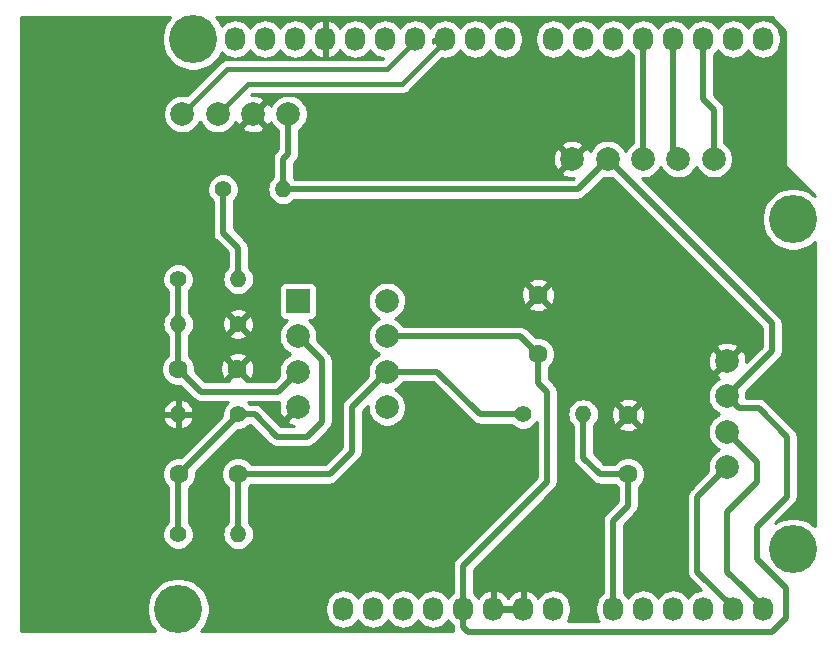
<source format=gbr>
G04 #@! TF.GenerationSoftware,KiCad,Pcbnew,(5.1.2)-2*
G04 #@! TF.CreationDate,2021-03-05T17:18:33+01:00*
G04 #@! TF.ProjectId,Kicad uno,4b696361-6420-4756-9e6f-2e6b69636164,rev?*
G04 #@! TF.SameCoordinates,Original*
G04 #@! TF.FileFunction,Copper,L2,Bot*
G04 #@! TF.FilePolarity,Positive*
%FSLAX46Y46*%
G04 Gerber Fmt 4.6, Leading zero omitted, Abs format (unit mm)*
G04 Created by KiCad (PCBNEW (5.1.2)-2) date 2021-03-05 17:18:33*
%MOMM*%
%LPD*%
G04 APERTURE LIST*
%ADD10C,2.000000*%
%ADD11R,2.000000X2.000000*%
%ADD12C,1.600000*%
%ADD13O,1.727200X2.032000*%
%ADD14C,4.064000*%
%ADD15O,1.400000X1.400000*%
%ADD16C,1.400000*%
%ADD17C,0.250000*%
%ADD18C,0.500000*%
%ADD19C,0.450000*%
%ADD20C,0.254000*%
G04 APERTURE END LIST*
D10*
X142648000Y-97735000D03*
D11*
X135128000Y-97735000D03*
D10*
X142648000Y-100735000D03*
X135128000Y-100735000D03*
X142648000Y-103735000D03*
X135128000Y-103735000D03*
X142648000Y-106735000D03*
X135128000Y-106735000D03*
X170338000Y-85725000D03*
X167338000Y-85725000D03*
X164338000Y-85725000D03*
X161338000Y-85725000D03*
X158338000Y-85725000D03*
D12*
X155448000Y-97235000D03*
X155448000Y-102235000D03*
D13*
X138938000Y-123825000D03*
X141478000Y-123825000D03*
X144018000Y-123825000D03*
X146558000Y-123825000D03*
X149098000Y-123825000D03*
X151638000Y-123825000D03*
X154178000Y-123825000D03*
X156718000Y-123825000D03*
X161798000Y-123825000D03*
X164338000Y-123825000D03*
X166878000Y-123825000D03*
X169418000Y-123825000D03*
X171958000Y-123825000D03*
X174498000Y-123825000D03*
X129794000Y-75565000D03*
X132334000Y-75565000D03*
X134874000Y-75565000D03*
X137414000Y-75565000D03*
X139954000Y-75565000D03*
X142494000Y-75565000D03*
X145034000Y-75565000D03*
X147574000Y-75565000D03*
X150114000Y-75565000D03*
X152654000Y-75565000D03*
X156718000Y-75565000D03*
X159258000Y-75565000D03*
X161798000Y-75565000D03*
X164338000Y-75565000D03*
X166878000Y-75565000D03*
X169418000Y-75565000D03*
X171958000Y-75565000D03*
X174498000Y-75565000D03*
D14*
X124968000Y-123825000D03*
X177038000Y-118745000D03*
X126238000Y-75565000D03*
D12*
X124968000Y-103505000D03*
X129968000Y-103505000D03*
X163068000Y-112395000D03*
X163068000Y-107395000D03*
X130048000Y-112395000D03*
X125048000Y-112395000D03*
D14*
X177038000Y-90805000D03*
D15*
X133858000Y-88265000D03*
D16*
X128778000Y-88265000D03*
D15*
X124968000Y-99695000D03*
D16*
X130048000Y-99695000D03*
X130048000Y-107315000D03*
D15*
X124968000Y-107315000D03*
D16*
X124968000Y-117475000D03*
D15*
X130048000Y-117475000D03*
D16*
X124968000Y-95885000D03*
D15*
X130048000Y-95885000D03*
X159258000Y-107315000D03*
D16*
X154178000Y-107315000D03*
D10*
X171450000Y-102815000D03*
X171450000Y-105815000D03*
X171450000Y-108815000D03*
X171450000Y-111815000D03*
X134318000Y-81915000D03*
X131318000Y-81915000D03*
X128318000Y-81915000D03*
X125318000Y-81915000D03*
D17*
X133858000Y-82375000D02*
X134318000Y-81915000D01*
X149098000Y-123977400D02*
X149098000Y-123825000D01*
D18*
X134318000Y-81915000D02*
X134318000Y-85265000D01*
X133858000Y-85725000D02*
X133858000Y-88265000D01*
X134318000Y-85265000D02*
X133858000Y-85725000D01*
X158798000Y-88265000D02*
X161338000Y-85725000D01*
X133858000Y-88265000D02*
X158798000Y-88265000D01*
X149098000Y-125341000D02*
X149487000Y-125730000D01*
X149098000Y-123825000D02*
X149098000Y-125341000D01*
X149487000Y-125730000D02*
X175260000Y-125730000D01*
X155448000Y-102235000D02*
X155448000Y-104648000D01*
X155448000Y-104648000D02*
X156210000Y-105410000D01*
X156210000Y-105410000D02*
X156210000Y-113030000D01*
X149098000Y-120142000D02*
X149098000Y-123825000D01*
X156210000Y-113030000D02*
X149098000Y-120142000D01*
X153948000Y-100735000D02*
X155448000Y-102235000D01*
X142648000Y-100735000D02*
X153948000Y-100735000D01*
X161338000Y-85725000D02*
X175260000Y-99647000D01*
X175260000Y-99647000D02*
X175260000Y-102005000D01*
X175260000Y-102005000D02*
X171450000Y-105815000D01*
X175260000Y-125730000D02*
X176412990Y-124577010D01*
X176412990Y-124577010D02*
X176412990Y-122037010D01*
X176412990Y-122037010D02*
X173990000Y-119614020D01*
X173990000Y-119614020D02*
X173990000Y-116840000D01*
X173990000Y-116840000D02*
X176530000Y-114300000D01*
X172449999Y-106814999D02*
X174124999Y-106814999D01*
X171450000Y-105815000D02*
X172449999Y-106814999D01*
X176530000Y-109220000D02*
X176530000Y-114300000D01*
X174124999Y-106814999D02*
X176530000Y-109220000D01*
X151638000Y-123825000D02*
X154178000Y-123825000D01*
X163068000Y-115062000D02*
X163068000Y-112395000D01*
X161798000Y-123825000D02*
X161798000Y-116332000D01*
X161798000Y-116332000D02*
X163068000Y-115062000D01*
X159258000Y-110998000D02*
X159258000Y-107315000D01*
X163068000Y-112395000D02*
X160655000Y-112395000D01*
X160655000Y-112395000D02*
X159258000Y-110998000D01*
D17*
X171958000Y-123561390D02*
X171958000Y-123825000D01*
D18*
X171958000Y-123672600D02*
X171958000Y-123825000D01*
X171958000Y-123672600D02*
X168935400Y-120650000D01*
X168935400Y-120650000D02*
X168935400Y-114325400D01*
X168939600Y-114325400D02*
X171450000Y-111815000D01*
X168935400Y-114325400D02*
X168939600Y-114325400D01*
X173990000Y-111355000D02*
X171450000Y-108815000D01*
X173990000Y-113030000D02*
X173990000Y-111355000D01*
X174498000Y-123672600D02*
X172720000Y-121894600D01*
X174498000Y-123825000D02*
X174498000Y-123672600D01*
X172694600Y-121894600D02*
X171450000Y-120650000D01*
X172720000Y-121894600D02*
X172694600Y-121894600D01*
X171450000Y-120650000D02*
X171450000Y-115570000D01*
X171450000Y-115570000D02*
X173990000Y-113030000D01*
D17*
X145034000Y-75717400D02*
X145034000Y-75565000D01*
D19*
X142646400Y-78105000D02*
X145034000Y-75717400D01*
X125318000Y-81915000D02*
X129128000Y-78105000D01*
X129128000Y-78105000D02*
X142646400Y-78105000D01*
D17*
X146558000Y-75565000D02*
X147574000Y-75565000D01*
X146558000Y-75874348D02*
X146558000Y-75565000D01*
X147574000Y-75717400D02*
X147574000Y-75565000D01*
D19*
X143916400Y-79375000D02*
X147574000Y-75717400D01*
X130858000Y-79375000D02*
X143916400Y-79375000D01*
X128318000Y-81915000D02*
X130858000Y-79375000D01*
D18*
X166878000Y-85265000D02*
X167338000Y-85725000D01*
X166878000Y-75565000D02*
X166878000Y-85265000D01*
X164338000Y-75565000D02*
X164338000Y-85725000D01*
D17*
X169418000Y-75565000D02*
X169418000Y-75717400D01*
D18*
X169418000Y-75565000D02*
X169418000Y-80645000D01*
X170338000Y-81565000D02*
X170338000Y-85725000D01*
X169418000Y-80645000D02*
X170338000Y-81565000D01*
X134128001Y-104734999D02*
X135128000Y-103735000D01*
X133453000Y-105410000D02*
X134128001Y-104734999D01*
X126873000Y-105410000D02*
X133453000Y-105410000D01*
X124968000Y-103505000D02*
X126873000Y-105410000D01*
X124968000Y-103505000D02*
X124968000Y-99695000D01*
X124968000Y-99695000D02*
X124968000Y-95885000D01*
X154178000Y-107315000D02*
X150495000Y-107315000D01*
X146915000Y-103735000D02*
X142648000Y-103735000D01*
X150495000Y-107315000D02*
X146915000Y-103735000D01*
X130048000Y-117475000D02*
X130048000Y-112395000D01*
X130048000Y-112395000D02*
X137795000Y-112395000D01*
X137795000Y-112395000D02*
X139700000Y-110490000D01*
X139700000Y-106683000D02*
X142648000Y-103735000D01*
X139700000Y-110490000D02*
X139700000Y-106683000D01*
D17*
X125048000Y-117395000D02*
X124968000Y-117475000D01*
D18*
X124968000Y-112475000D02*
X125048000Y-112395000D01*
X124968000Y-117475000D02*
X124968000Y-112475000D01*
X130048000Y-107395000D02*
X130048000Y-107315000D01*
X125048000Y-112395000D02*
X130048000Y-107395000D01*
X137160000Y-102767000D02*
X135128000Y-100735000D01*
X137160000Y-107950000D02*
X137160000Y-102767000D01*
X135890000Y-109220000D02*
X137160000Y-107950000D01*
X133350000Y-109220000D02*
X135890000Y-109220000D01*
X130048000Y-107315000D02*
X131445000Y-107315000D01*
X131445000Y-107315000D02*
X133350000Y-109220000D01*
X128778000Y-88265000D02*
X128778000Y-91948000D01*
X130048000Y-93218000D02*
X130048000Y-95885000D01*
X128778000Y-91948000D02*
X130048000Y-93218000D01*
D20*
G36*
X124166406Y-73864887D02*
G01*
X123874536Y-74301702D01*
X123673492Y-74787065D01*
X123571000Y-75302323D01*
X123571000Y-75827677D01*
X123673492Y-76342935D01*
X123874536Y-76828298D01*
X124166406Y-77265113D01*
X124537887Y-77636594D01*
X124974702Y-77928464D01*
X125460065Y-78129508D01*
X125975323Y-78232000D01*
X126500677Y-78232000D01*
X127015935Y-78129508D01*
X127501298Y-77928464D01*
X127938113Y-77636594D01*
X128309594Y-77265113D01*
X128601464Y-76828298D01*
X128657001Y-76694219D01*
X128729203Y-76782197D01*
X128957395Y-76969469D01*
X129217737Y-77108625D01*
X129500224Y-77194316D01*
X129794000Y-77223251D01*
X130087777Y-77194316D01*
X130370264Y-77108625D01*
X130630606Y-76969469D01*
X130858797Y-76782197D01*
X131046069Y-76554006D01*
X131064000Y-76520459D01*
X131081931Y-76554006D01*
X131269203Y-76782197D01*
X131497395Y-76969469D01*
X131757737Y-77108625D01*
X132040224Y-77194316D01*
X132334000Y-77223251D01*
X132627777Y-77194316D01*
X132910264Y-77108625D01*
X133170606Y-76969469D01*
X133398797Y-76782197D01*
X133586069Y-76554006D01*
X133604000Y-76520459D01*
X133621931Y-76554006D01*
X133809203Y-76782197D01*
X134037395Y-76969469D01*
X134297737Y-77108625D01*
X134580224Y-77194316D01*
X134874000Y-77223251D01*
X135167777Y-77194316D01*
X135450264Y-77108625D01*
X135710606Y-76969469D01*
X135938797Y-76782197D01*
X136126069Y-76554006D01*
X136147424Y-76514053D01*
X136295514Y-76716729D01*
X136511965Y-76915733D01*
X136763081Y-77068686D01*
X137039211Y-77169709D01*
X137054974Y-77172358D01*
X137287000Y-77051217D01*
X137287000Y-75692000D01*
X137267000Y-75692000D01*
X137267000Y-75438000D01*
X137287000Y-75438000D01*
X137287000Y-74078783D01*
X137054974Y-73957642D01*
X137039211Y-73960291D01*
X136763081Y-74061314D01*
X136511965Y-74214267D01*
X136295514Y-74413271D01*
X136147424Y-74615947D01*
X136126069Y-74575994D01*
X135938797Y-74347803D01*
X135710605Y-74160531D01*
X135450263Y-74021375D01*
X135167776Y-73935684D01*
X134874000Y-73906749D01*
X134580223Y-73935684D01*
X134297736Y-74021375D01*
X134037394Y-74160531D01*
X133809203Y-74347803D01*
X133621931Y-74575995D01*
X133604000Y-74609541D01*
X133586069Y-74575994D01*
X133398797Y-74347803D01*
X133170605Y-74160531D01*
X132910263Y-74021375D01*
X132627776Y-73935684D01*
X132334000Y-73906749D01*
X132040223Y-73935684D01*
X131757736Y-74021375D01*
X131497394Y-74160531D01*
X131269203Y-74347803D01*
X131081931Y-74575995D01*
X131064000Y-74609541D01*
X131046069Y-74575994D01*
X130858797Y-74347803D01*
X130630605Y-74160531D01*
X130370263Y-74021375D01*
X130087776Y-73935684D01*
X129794000Y-73906749D01*
X129500223Y-73935684D01*
X129217736Y-74021375D01*
X128957394Y-74160531D01*
X128729203Y-74347803D01*
X128657001Y-74435781D01*
X128601464Y-74301702D01*
X128309594Y-73864887D01*
X128179707Y-73735000D01*
X175219909Y-73735000D01*
X176328001Y-74843093D01*
X176328000Y-85944125D01*
X176324565Y-85979000D01*
X176328000Y-86013875D01*
X176328000Y-86013876D01*
X176338273Y-86118183D01*
X176378872Y-86252019D01*
X176444800Y-86375362D01*
X176533525Y-86483474D01*
X176560617Y-86505708D01*
X178868001Y-88813093D01*
X178868001Y-88863294D01*
X178738113Y-88733406D01*
X178301298Y-88441536D01*
X177815935Y-88240492D01*
X177300677Y-88138000D01*
X176775323Y-88138000D01*
X176260065Y-88240492D01*
X175774702Y-88441536D01*
X175337887Y-88733406D01*
X174966406Y-89104887D01*
X174674536Y-89541702D01*
X174473492Y-90027065D01*
X174371000Y-90542323D01*
X174371000Y-91067677D01*
X174473492Y-91582935D01*
X174674536Y-92068298D01*
X174966406Y-92505113D01*
X175337887Y-92876594D01*
X175774702Y-93168464D01*
X176260065Y-93369508D01*
X176775323Y-93472000D01*
X177300677Y-93472000D01*
X177815935Y-93369508D01*
X178301298Y-93168464D01*
X178738113Y-92876594D01*
X178868001Y-92746706D01*
X178868000Y-116803293D01*
X178738113Y-116673406D01*
X178301298Y-116381536D01*
X177815935Y-116180492D01*
X177300677Y-116078000D01*
X176775323Y-116078000D01*
X176260065Y-116180492D01*
X175774702Y-116381536D01*
X175549703Y-116531875D01*
X177125049Y-114956530D01*
X177158817Y-114928817D01*
X177269411Y-114794059D01*
X177351589Y-114640313D01*
X177402195Y-114473490D01*
X177415000Y-114343477D01*
X177415000Y-114343467D01*
X177419281Y-114300001D01*
X177415000Y-114256535D01*
X177415000Y-109263466D01*
X177419281Y-109219999D01*
X177415000Y-109176533D01*
X177415000Y-109176523D01*
X177402195Y-109046510D01*
X177351589Y-108879687D01*
X177269411Y-108725941D01*
X177210343Y-108653967D01*
X177186532Y-108624953D01*
X177186530Y-108624951D01*
X177158817Y-108591183D01*
X177125050Y-108563471D01*
X174781533Y-106219955D01*
X174753816Y-106186182D01*
X174619058Y-106075588D01*
X174465312Y-105993410D01*
X174298489Y-105942804D01*
X174168476Y-105929999D01*
X174168468Y-105929999D01*
X174124999Y-105925718D01*
X174081530Y-105929999D01*
X173085000Y-105929999D01*
X173085000Y-105653967D01*
X173048103Y-105468475D01*
X175855049Y-102661530D01*
X175888817Y-102633817D01*
X175921897Y-102593510D01*
X175999411Y-102499059D01*
X176081589Y-102345314D01*
X176132195Y-102178490D01*
X176137078Y-102128912D01*
X176145000Y-102048477D01*
X176145000Y-102048469D01*
X176149281Y-102005000D01*
X176145000Y-101961531D01*
X176145000Y-99690465D01*
X176149281Y-99646999D01*
X176145000Y-99603533D01*
X176145000Y-99603523D01*
X176132195Y-99473510D01*
X176081589Y-99306687D01*
X175999411Y-99152941D01*
X175888817Y-99018183D01*
X175855051Y-98990472D01*
X164224578Y-87360000D01*
X164499033Y-87360000D01*
X164814912Y-87297168D01*
X165112463Y-87173918D01*
X165380252Y-86994987D01*
X165607987Y-86767252D01*
X165786918Y-86499463D01*
X165838000Y-86376140D01*
X165889082Y-86499463D01*
X166068013Y-86767252D01*
X166295748Y-86994987D01*
X166563537Y-87173918D01*
X166861088Y-87297168D01*
X167176967Y-87360000D01*
X167499033Y-87360000D01*
X167814912Y-87297168D01*
X168112463Y-87173918D01*
X168380252Y-86994987D01*
X168607987Y-86767252D01*
X168786918Y-86499463D01*
X168838000Y-86376140D01*
X168889082Y-86499463D01*
X169068013Y-86767252D01*
X169295748Y-86994987D01*
X169563537Y-87173918D01*
X169861088Y-87297168D01*
X170176967Y-87360000D01*
X170499033Y-87360000D01*
X170814912Y-87297168D01*
X171112463Y-87173918D01*
X171380252Y-86994987D01*
X171607987Y-86767252D01*
X171786918Y-86499463D01*
X171910168Y-86201912D01*
X171973000Y-85886033D01*
X171973000Y-85563967D01*
X171910168Y-85248088D01*
X171786918Y-84950537D01*
X171607987Y-84682748D01*
X171380252Y-84455013D01*
X171223000Y-84349941D01*
X171223000Y-81608465D01*
X171227281Y-81564999D01*
X171223000Y-81521533D01*
X171223000Y-81521523D01*
X171210195Y-81391510D01*
X171159589Y-81224687D01*
X171077411Y-81070941D01*
X171040297Y-81025718D01*
X170994532Y-80969953D01*
X170994530Y-80969951D01*
X170966817Y-80936183D01*
X170933050Y-80908471D01*
X170303000Y-80278422D01*
X170303000Y-76929753D01*
X170482797Y-76782197D01*
X170670069Y-76554006D01*
X170688000Y-76520459D01*
X170705931Y-76554006D01*
X170893203Y-76782197D01*
X171121395Y-76969469D01*
X171381737Y-77108625D01*
X171664224Y-77194316D01*
X171958000Y-77223251D01*
X172251777Y-77194316D01*
X172534264Y-77108625D01*
X172794606Y-76969469D01*
X173022797Y-76782197D01*
X173210069Y-76554006D01*
X173228000Y-76520459D01*
X173245931Y-76554006D01*
X173433203Y-76782197D01*
X173661395Y-76969469D01*
X173921737Y-77108625D01*
X174204224Y-77194316D01*
X174498000Y-77223251D01*
X174791777Y-77194316D01*
X175074264Y-77108625D01*
X175334606Y-76969469D01*
X175562797Y-76782197D01*
X175750069Y-76554006D01*
X175889225Y-76293663D01*
X175974916Y-76011176D01*
X175996600Y-75791018D01*
X175996600Y-75338981D01*
X175974916Y-75118823D01*
X175889225Y-74836336D01*
X175750069Y-74575994D01*
X175562797Y-74347803D01*
X175334605Y-74160531D01*
X175074263Y-74021375D01*
X174791776Y-73935684D01*
X174498000Y-73906749D01*
X174204223Y-73935684D01*
X173921736Y-74021375D01*
X173661394Y-74160531D01*
X173433203Y-74347803D01*
X173245931Y-74575995D01*
X173228000Y-74609541D01*
X173210069Y-74575994D01*
X173022797Y-74347803D01*
X172794605Y-74160531D01*
X172534263Y-74021375D01*
X172251776Y-73935684D01*
X171958000Y-73906749D01*
X171664223Y-73935684D01*
X171381736Y-74021375D01*
X171121394Y-74160531D01*
X170893203Y-74347803D01*
X170705931Y-74575995D01*
X170688000Y-74609541D01*
X170670069Y-74575994D01*
X170482797Y-74347803D01*
X170254605Y-74160531D01*
X169994263Y-74021375D01*
X169711776Y-73935684D01*
X169418000Y-73906749D01*
X169124223Y-73935684D01*
X168841736Y-74021375D01*
X168581394Y-74160531D01*
X168353203Y-74347803D01*
X168165931Y-74575995D01*
X168148000Y-74609541D01*
X168130069Y-74575994D01*
X167942797Y-74347803D01*
X167714605Y-74160531D01*
X167454263Y-74021375D01*
X167171776Y-73935684D01*
X166878000Y-73906749D01*
X166584223Y-73935684D01*
X166301736Y-74021375D01*
X166041394Y-74160531D01*
X165813203Y-74347803D01*
X165625931Y-74575995D01*
X165608000Y-74609541D01*
X165590069Y-74575994D01*
X165402797Y-74347803D01*
X165174605Y-74160531D01*
X164914263Y-74021375D01*
X164631776Y-73935684D01*
X164338000Y-73906749D01*
X164044223Y-73935684D01*
X163761736Y-74021375D01*
X163501394Y-74160531D01*
X163273203Y-74347803D01*
X163085931Y-74575995D01*
X163068000Y-74609541D01*
X163050069Y-74575994D01*
X162862797Y-74347803D01*
X162634605Y-74160531D01*
X162374263Y-74021375D01*
X162091776Y-73935684D01*
X161798000Y-73906749D01*
X161504223Y-73935684D01*
X161221736Y-74021375D01*
X160961394Y-74160531D01*
X160733203Y-74347803D01*
X160545931Y-74575995D01*
X160528000Y-74609541D01*
X160510069Y-74575994D01*
X160322797Y-74347803D01*
X160094605Y-74160531D01*
X159834263Y-74021375D01*
X159551776Y-73935684D01*
X159258000Y-73906749D01*
X158964223Y-73935684D01*
X158681736Y-74021375D01*
X158421394Y-74160531D01*
X158193203Y-74347803D01*
X158005931Y-74575995D01*
X157988000Y-74609541D01*
X157970069Y-74575994D01*
X157782797Y-74347803D01*
X157554605Y-74160531D01*
X157294263Y-74021375D01*
X157011776Y-73935684D01*
X156718000Y-73906749D01*
X156424223Y-73935684D01*
X156141736Y-74021375D01*
X155881394Y-74160531D01*
X155653203Y-74347803D01*
X155465931Y-74575995D01*
X155326775Y-74836337D01*
X155241084Y-75118824D01*
X155219400Y-75338982D01*
X155219400Y-75791019D01*
X155241084Y-76011177D01*
X155326775Y-76293664D01*
X155465931Y-76554006D01*
X155653203Y-76782197D01*
X155881395Y-76969469D01*
X156141737Y-77108625D01*
X156424224Y-77194316D01*
X156718000Y-77223251D01*
X157011777Y-77194316D01*
X157294264Y-77108625D01*
X157554606Y-76969469D01*
X157782797Y-76782197D01*
X157970069Y-76554006D01*
X157988000Y-76520459D01*
X158005931Y-76554006D01*
X158193203Y-76782197D01*
X158421395Y-76969469D01*
X158681737Y-77108625D01*
X158964224Y-77194316D01*
X159258000Y-77223251D01*
X159551777Y-77194316D01*
X159834264Y-77108625D01*
X160094606Y-76969469D01*
X160322797Y-76782197D01*
X160510069Y-76554006D01*
X160528000Y-76520459D01*
X160545931Y-76554006D01*
X160733203Y-76782197D01*
X160961395Y-76969469D01*
X161221737Y-77108625D01*
X161504224Y-77194316D01*
X161798000Y-77223251D01*
X162091777Y-77194316D01*
X162374264Y-77108625D01*
X162634606Y-76969469D01*
X162862797Y-76782197D01*
X163050069Y-76554006D01*
X163068000Y-76520459D01*
X163085931Y-76554006D01*
X163273203Y-76782197D01*
X163453000Y-76929752D01*
X163453001Y-84349940D01*
X163295748Y-84455013D01*
X163068013Y-84682748D01*
X162889082Y-84950537D01*
X162838000Y-85073860D01*
X162786918Y-84950537D01*
X162607987Y-84682748D01*
X162380252Y-84455013D01*
X162112463Y-84276082D01*
X161814912Y-84152832D01*
X161499033Y-84090000D01*
X161176967Y-84090000D01*
X160861088Y-84152832D01*
X160563537Y-84276082D01*
X160295748Y-84455013D01*
X160068013Y-84682748D01*
X159889082Y-84950537D01*
X159840654Y-85067451D01*
X159830795Y-85038912D01*
X159737814Y-84864956D01*
X159473413Y-84769192D01*
X158517605Y-85725000D01*
X158531748Y-85739143D01*
X158352143Y-85918748D01*
X158338000Y-85904605D01*
X157382192Y-86860413D01*
X157477956Y-87124814D01*
X157767571Y-87265704D01*
X158079108Y-87347384D01*
X158400595Y-87366718D01*
X158451714Y-87359708D01*
X158431422Y-87380000D01*
X134858713Y-87380000D01*
X134806555Y-87316445D01*
X134743000Y-87264287D01*
X134743000Y-86091578D01*
X134913044Y-85921534D01*
X134946817Y-85893817D01*
X135033991Y-85787595D01*
X156696282Y-85787595D01*
X156740039Y-86106675D01*
X156845205Y-86411088D01*
X156938186Y-86585044D01*
X157202587Y-86680808D01*
X158158395Y-85725000D01*
X157202587Y-84769192D01*
X156938186Y-84864956D01*
X156797296Y-85154571D01*
X156715616Y-85466108D01*
X156696282Y-85787595D01*
X135033991Y-85787595D01*
X135057411Y-85759059D01*
X135139589Y-85605313D01*
X135190195Y-85438490D01*
X135203000Y-85308477D01*
X135203000Y-85308467D01*
X135207281Y-85265001D01*
X135203000Y-85221535D01*
X135203000Y-84589587D01*
X157382192Y-84589587D01*
X158338000Y-85545395D01*
X159293808Y-84589587D01*
X159198044Y-84325186D01*
X158908429Y-84184296D01*
X158596892Y-84102616D01*
X158275405Y-84083282D01*
X157956325Y-84127039D01*
X157651912Y-84232205D01*
X157477956Y-84325186D01*
X157382192Y-84589587D01*
X135203000Y-84589587D01*
X135203000Y-83290059D01*
X135360252Y-83184987D01*
X135587987Y-82957252D01*
X135766918Y-82689463D01*
X135890168Y-82391912D01*
X135953000Y-82076033D01*
X135953000Y-81753967D01*
X135890168Y-81438088D01*
X135766918Y-81140537D01*
X135587987Y-80872748D01*
X135360252Y-80645013D01*
X135092463Y-80466082D01*
X134794912Y-80342832D01*
X134479033Y-80280000D01*
X134156967Y-80280000D01*
X133841088Y-80342832D01*
X133543537Y-80466082D01*
X133275748Y-80645013D01*
X133048013Y-80872748D01*
X132869082Y-81140537D01*
X132820654Y-81257451D01*
X132810795Y-81228912D01*
X132717814Y-81054956D01*
X132453413Y-80959192D01*
X131497605Y-81915000D01*
X132453413Y-82870808D01*
X132717814Y-82775044D01*
X132818662Y-82567739D01*
X132869082Y-82689463D01*
X133048013Y-82957252D01*
X133275748Y-83184987D01*
X133433000Y-83290060D01*
X133433001Y-84898421D01*
X133262956Y-85068466D01*
X133229183Y-85096183D01*
X133118589Y-85230942D01*
X133036411Y-85384688D01*
X133020090Y-85438490D01*
X132985806Y-85551509D01*
X132985805Y-85551511D01*
X132973000Y-85681524D01*
X132973000Y-85681531D01*
X132968719Y-85725000D01*
X132973000Y-85768469D01*
X132973001Y-87264286D01*
X132909445Y-87316445D01*
X132742618Y-87519725D01*
X132618653Y-87751646D01*
X132542317Y-88003294D01*
X132516541Y-88265000D01*
X132542317Y-88526706D01*
X132618653Y-88778354D01*
X132742618Y-89010275D01*
X132909445Y-89213555D01*
X133112725Y-89380382D01*
X133344646Y-89504347D01*
X133596294Y-89580683D01*
X133792421Y-89600000D01*
X133923579Y-89600000D01*
X134119706Y-89580683D01*
X134371354Y-89504347D01*
X134603275Y-89380382D01*
X134806555Y-89213555D01*
X134858713Y-89150000D01*
X158754531Y-89150000D01*
X158798000Y-89154281D01*
X158841469Y-89150000D01*
X158841477Y-89150000D01*
X158971490Y-89137195D01*
X159138313Y-89086589D01*
X159292059Y-89004411D01*
X159426817Y-88893817D01*
X159454534Y-88860044D01*
X160991475Y-87323104D01*
X161176967Y-87360000D01*
X161499033Y-87360000D01*
X161684525Y-87323103D01*
X174375000Y-100013579D01*
X174375001Y-101638420D01*
X173080885Y-102932536D01*
X173091718Y-102752405D01*
X173047961Y-102433325D01*
X172942795Y-102128912D01*
X172849814Y-101954956D01*
X172585413Y-101859192D01*
X171629605Y-102815000D01*
X171643748Y-102829143D01*
X171464143Y-103008748D01*
X171450000Y-102994605D01*
X170494192Y-103950413D01*
X170589956Y-104214814D01*
X170797261Y-104315662D01*
X170675537Y-104366082D01*
X170407748Y-104545013D01*
X170180013Y-104772748D01*
X170001082Y-105040537D01*
X169877832Y-105338088D01*
X169815000Y-105653967D01*
X169815000Y-105976033D01*
X169877832Y-106291912D01*
X170001082Y-106589463D01*
X170180013Y-106857252D01*
X170407748Y-107084987D01*
X170675537Y-107263918D01*
X170798860Y-107315000D01*
X170675537Y-107366082D01*
X170407748Y-107545013D01*
X170180013Y-107772748D01*
X170001082Y-108040537D01*
X169877832Y-108338088D01*
X169815000Y-108653967D01*
X169815000Y-108976033D01*
X169877832Y-109291912D01*
X170001082Y-109589463D01*
X170180013Y-109857252D01*
X170407748Y-110084987D01*
X170675537Y-110263918D01*
X170798860Y-110315000D01*
X170675537Y-110366082D01*
X170407748Y-110545013D01*
X170180013Y-110772748D01*
X170001082Y-111040537D01*
X169877832Y-111338088D01*
X169815000Y-111653967D01*
X169815000Y-111976033D01*
X169851896Y-112161525D01*
X168363779Y-113649643D01*
X168306583Y-113696583D01*
X168195989Y-113831341D01*
X168113811Y-113985087D01*
X168063205Y-114151910D01*
X168046118Y-114325400D01*
X168050401Y-114368887D01*
X168050400Y-120606531D01*
X168046119Y-120650000D01*
X168050400Y-120693469D01*
X168050400Y-120693476D01*
X168063205Y-120823489D01*
X168113811Y-120990312D01*
X168195989Y-121144058D01*
X168306583Y-121278817D01*
X168340356Y-121306534D01*
X169220066Y-122186244D01*
X169124223Y-122195684D01*
X168841736Y-122281375D01*
X168581394Y-122420531D01*
X168353203Y-122607803D01*
X168165931Y-122835995D01*
X168148000Y-122869541D01*
X168130069Y-122835994D01*
X167942797Y-122607803D01*
X167714605Y-122420531D01*
X167454263Y-122281375D01*
X167171776Y-122195684D01*
X166878000Y-122166749D01*
X166584223Y-122195684D01*
X166301736Y-122281375D01*
X166041394Y-122420531D01*
X165813203Y-122607803D01*
X165625931Y-122835995D01*
X165608000Y-122869541D01*
X165590069Y-122835994D01*
X165402797Y-122607803D01*
X165174605Y-122420531D01*
X164914263Y-122281375D01*
X164631776Y-122195684D01*
X164338000Y-122166749D01*
X164044223Y-122195684D01*
X163761736Y-122281375D01*
X163501394Y-122420531D01*
X163273203Y-122607803D01*
X163085931Y-122835995D01*
X163068000Y-122869541D01*
X163050069Y-122835994D01*
X162862797Y-122607803D01*
X162683000Y-122460248D01*
X162683000Y-116698578D01*
X163663050Y-115718529D01*
X163696817Y-115690817D01*
X163807411Y-115556059D01*
X163889589Y-115402313D01*
X163940195Y-115235490D01*
X163953000Y-115105477D01*
X163953000Y-115105467D01*
X163957281Y-115062001D01*
X163953000Y-115018535D01*
X163953000Y-113529521D01*
X163982759Y-113509637D01*
X164182637Y-113309759D01*
X164339680Y-113074727D01*
X164447853Y-112813574D01*
X164503000Y-112536335D01*
X164503000Y-112253665D01*
X164447853Y-111976426D01*
X164339680Y-111715273D01*
X164182637Y-111480241D01*
X163982759Y-111280363D01*
X163747727Y-111123320D01*
X163486574Y-111015147D01*
X163209335Y-110960000D01*
X162926665Y-110960000D01*
X162649426Y-111015147D01*
X162388273Y-111123320D01*
X162153241Y-111280363D01*
X161953363Y-111480241D01*
X161933479Y-111510000D01*
X161021579Y-111510000D01*
X160143000Y-110631422D01*
X160143000Y-108387702D01*
X162254903Y-108387702D01*
X162326486Y-108631671D01*
X162581996Y-108752571D01*
X162856184Y-108821300D01*
X163138512Y-108835217D01*
X163418130Y-108793787D01*
X163684292Y-108698603D01*
X163809514Y-108631671D01*
X163881097Y-108387702D01*
X163068000Y-107574605D01*
X162254903Y-108387702D01*
X160143000Y-108387702D01*
X160143000Y-108315713D01*
X160206555Y-108263555D01*
X160373382Y-108060275D01*
X160497347Y-107828354D01*
X160573683Y-107576706D01*
X160584634Y-107465512D01*
X161627783Y-107465512D01*
X161669213Y-107745130D01*
X161764397Y-108011292D01*
X161831329Y-108136514D01*
X162075298Y-108208097D01*
X162888395Y-107395000D01*
X163247605Y-107395000D01*
X164060702Y-108208097D01*
X164304671Y-108136514D01*
X164425571Y-107881004D01*
X164494300Y-107606816D01*
X164508217Y-107324488D01*
X164466787Y-107044870D01*
X164371603Y-106778708D01*
X164304671Y-106653486D01*
X164060702Y-106581903D01*
X163247605Y-107395000D01*
X162888395Y-107395000D01*
X162075298Y-106581903D01*
X161831329Y-106653486D01*
X161710429Y-106908996D01*
X161641700Y-107183184D01*
X161627783Y-107465512D01*
X160584634Y-107465512D01*
X160599459Y-107315000D01*
X160573683Y-107053294D01*
X160497347Y-106801646D01*
X160373382Y-106569725D01*
X160235979Y-106402298D01*
X162254903Y-106402298D01*
X163068000Y-107215395D01*
X163881097Y-106402298D01*
X163809514Y-106158329D01*
X163554004Y-106037429D01*
X163279816Y-105968700D01*
X162997488Y-105954783D01*
X162717870Y-105996213D01*
X162451708Y-106091397D01*
X162326486Y-106158329D01*
X162254903Y-106402298D01*
X160235979Y-106402298D01*
X160206555Y-106366445D01*
X160003275Y-106199618D01*
X159771354Y-106075653D01*
X159519706Y-105999317D01*
X159323579Y-105980000D01*
X159192421Y-105980000D01*
X158996294Y-105999317D01*
X158744646Y-106075653D01*
X158512725Y-106199618D01*
X158309445Y-106366445D01*
X158142618Y-106569725D01*
X158018653Y-106801646D01*
X157942317Y-107053294D01*
X157916541Y-107315000D01*
X157942317Y-107576706D01*
X158018653Y-107828354D01*
X158142618Y-108060275D01*
X158309445Y-108263555D01*
X158373001Y-108315714D01*
X158373000Y-110954531D01*
X158368719Y-110998000D01*
X158373000Y-111041469D01*
X158373000Y-111041476D01*
X158381061Y-111123320D01*
X158385805Y-111171490D01*
X158388845Y-111181510D01*
X158436411Y-111338312D01*
X158518589Y-111492058D01*
X158629183Y-111626817D01*
X158662956Y-111654534D01*
X159998470Y-112990049D01*
X160026183Y-113023817D01*
X160059951Y-113051530D01*
X160059953Y-113051532D01*
X160086692Y-113073476D01*
X160160941Y-113134411D01*
X160314687Y-113216589D01*
X160481510Y-113267195D01*
X160611523Y-113280000D01*
X160611533Y-113280000D01*
X160654999Y-113284281D01*
X160698465Y-113280000D01*
X161933479Y-113280000D01*
X161953363Y-113309759D01*
X162153241Y-113509637D01*
X162183001Y-113529522D01*
X162183000Y-114695421D01*
X161202951Y-115675471D01*
X161169184Y-115703183D01*
X161141471Y-115736951D01*
X161141468Y-115736954D01*
X161058590Y-115837941D01*
X160976412Y-115991687D01*
X160925805Y-116158510D01*
X160908719Y-116332000D01*
X160913001Y-116375479D01*
X160913000Y-122460247D01*
X160733203Y-122607803D01*
X160545931Y-122835995D01*
X160406775Y-123096337D01*
X160321084Y-123378824D01*
X160299400Y-123598982D01*
X160299400Y-124051019D01*
X160321084Y-124271177D01*
X160406775Y-124553664D01*
X160545931Y-124814006D01*
X160571367Y-124845000D01*
X157944633Y-124845000D01*
X157970069Y-124814006D01*
X158109225Y-124553663D01*
X158194916Y-124271176D01*
X158216600Y-124051018D01*
X158216600Y-123598981D01*
X158194916Y-123378823D01*
X158109225Y-123096336D01*
X157970069Y-122835994D01*
X157782797Y-122607803D01*
X157554605Y-122420531D01*
X157294263Y-122281375D01*
X157011776Y-122195684D01*
X156718000Y-122166749D01*
X156424223Y-122195684D01*
X156141736Y-122281375D01*
X155881394Y-122420531D01*
X155653203Y-122607803D01*
X155465931Y-122835995D01*
X155444576Y-122875947D01*
X155296486Y-122673271D01*
X155080035Y-122474267D01*
X154828919Y-122321314D01*
X154552789Y-122220291D01*
X154537026Y-122217642D01*
X154305000Y-122338783D01*
X154305000Y-123698000D01*
X154325000Y-123698000D01*
X154325000Y-123952000D01*
X154305000Y-123952000D01*
X154305000Y-123972000D01*
X154051000Y-123972000D01*
X154051000Y-123952000D01*
X151765000Y-123952000D01*
X151765000Y-123972000D01*
X151511000Y-123972000D01*
X151511000Y-123952000D01*
X151491000Y-123952000D01*
X151491000Y-123698000D01*
X151511000Y-123698000D01*
X151511000Y-122338783D01*
X151765000Y-122338783D01*
X151765000Y-123698000D01*
X154051000Y-123698000D01*
X154051000Y-122338783D01*
X153818974Y-122217642D01*
X153803211Y-122220291D01*
X153527081Y-122321314D01*
X153275965Y-122474267D01*
X153059514Y-122673271D01*
X152908000Y-122880633D01*
X152756486Y-122673271D01*
X152540035Y-122474267D01*
X152288919Y-122321314D01*
X152012789Y-122220291D01*
X151997026Y-122217642D01*
X151765000Y-122338783D01*
X151511000Y-122338783D01*
X151278974Y-122217642D01*
X151263211Y-122220291D01*
X150987081Y-122321314D01*
X150735965Y-122474267D01*
X150519514Y-122673271D01*
X150371424Y-122875947D01*
X150350069Y-122835994D01*
X150162797Y-122607803D01*
X149983000Y-122460248D01*
X149983000Y-120508578D01*
X156805049Y-113686530D01*
X156838817Y-113658817D01*
X156949411Y-113524059D01*
X157031589Y-113370313D01*
X157082195Y-113203490D01*
X157095000Y-113073477D01*
X157095000Y-113073469D01*
X157099281Y-113030000D01*
X157095000Y-112986531D01*
X157095000Y-105453469D01*
X157099281Y-105410000D01*
X157095000Y-105366531D01*
X157095000Y-105366523D01*
X157082195Y-105236510D01*
X157031589Y-105069687D01*
X156949411Y-104915941D01*
X156905611Y-104862571D01*
X156866532Y-104814953D01*
X156866530Y-104814951D01*
X156838817Y-104781183D01*
X156805050Y-104753471D01*
X156333000Y-104281422D01*
X156333000Y-103369521D01*
X156362759Y-103349637D01*
X156562637Y-103149759D01*
X156719680Y-102914727D01*
X156735060Y-102877595D01*
X169808282Y-102877595D01*
X169852039Y-103196675D01*
X169957205Y-103501088D01*
X170050186Y-103675044D01*
X170314587Y-103770808D01*
X171270395Y-102815000D01*
X170314587Y-101859192D01*
X170050186Y-101954956D01*
X169909296Y-102244571D01*
X169827616Y-102556108D01*
X169808282Y-102877595D01*
X156735060Y-102877595D01*
X156827853Y-102653574D01*
X156883000Y-102376335D01*
X156883000Y-102093665D01*
X156827853Y-101816426D01*
X156771173Y-101679587D01*
X170494192Y-101679587D01*
X171450000Y-102635395D01*
X172405808Y-101679587D01*
X172310044Y-101415186D01*
X172020429Y-101274296D01*
X171708892Y-101192616D01*
X171387405Y-101173282D01*
X171068325Y-101217039D01*
X170763912Y-101322205D01*
X170589956Y-101415186D01*
X170494192Y-101679587D01*
X156771173Y-101679587D01*
X156719680Y-101555273D01*
X156562637Y-101320241D01*
X156362759Y-101120363D01*
X156127727Y-100963320D01*
X155866574Y-100855147D01*
X155589335Y-100800000D01*
X155306665Y-100800000D01*
X155271561Y-100806983D01*
X154604534Y-100139956D01*
X154576817Y-100106183D01*
X154442059Y-99995589D01*
X154288313Y-99913411D01*
X154121490Y-99862805D01*
X153991477Y-99850000D01*
X153991469Y-99850000D01*
X153948000Y-99845719D01*
X153904531Y-99850000D01*
X144023059Y-99850000D01*
X143917987Y-99692748D01*
X143690252Y-99465013D01*
X143422463Y-99286082D01*
X143299140Y-99235000D01*
X143422463Y-99183918D01*
X143690252Y-99004987D01*
X143917987Y-98777252D01*
X144096918Y-98509463D01*
X144213627Y-98227702D01*
X154634903Y-98227702D01*
X154706486Y-98471671D01*
X154961996Y-98592571D01*
X155236184Y-98661300D01*
X155518512Y-98675217D01*
X155798130Y-98633787D01*
X156064292Y-98538603D01*
X156189514Y-98471671D01*
X156261097Y-98227702D01*
X155448000Y-97414605D01*
X154634903Y-98227702D01*
X144213627Y-98227702D01*
X144220168Y-98211912D01*
X144283000Y-97896033D01*
X144283000Y-97573967D01*
X144229602Y-97305512D01*
X154007783Y-97305512D01*
X154049213Y-97585130D01*
X154144397Y-97851292D01*
X154211329Y-97976514D01*
X154455298Y-98048097D01*
X155268395Y-97235000D01*
X155627605Y-97235000D01*
X156440702Y-98048097D01*
X156684671Y-97976514D01*
X156805571Y-97721004D01*
X156874300Y-97446816D01*
X156888217Y-97164488D01*
X156846787Y-96884870D01*
X156751603Y-96618708D01*
X156684671Y-96493486D01*
X156440702Y-96421903D01*
X155627605Y-97235000D01*
X155268395Y-97235000D01*
X154455298Y-96421903D01*
X154211329Y-96493486D01*
X154090429Y-96748996D01*
X154021700Y-97023184D01*
X154007783Y-97305512D01*
X144229602Y-97305512D01*
X144220168Y-97258088D01*
X144096918Y-96960537D01*
X143917987Y-96692748D01*
X143690252Y-96465013D01*
X143422463Y-96286082D01*
X143316760Y-96242298D01*
X154634903Y-96242298D01*
X155448000Y-97055395D01*
X156261097Y-96242298D01*
X156189514Y-95998329D01*
X155934004Y-95877429D01*
X155659816Y-95808700D01*
X155377488Y-95794783D01*
X155097870Y-95836213D01*
X154831708Y-95931397D01*
X154706486Y-95998329D01*
X154634903Y-96242298D01*
X143316760Y-96242298D01*
X143124912Y-96162832D01*
X142809033Y-96100000D01*
X142486967Y-96100000D01*
X142171088Y-96162832D01*
X141873537Y-96286082D01*
X141605748Y-96465013D01*
X141378013Y-96692748D01*
X141199082Y-96960537D01*
X141075832Y-97258088D01*
X141013000Y-97573967D01*
X141013000Y-97896033D01*
X141075832Y-98211912D01*
X141199082Y-98509463D01*
X141378013Y-98777252D01*
X141605748Y-99004987D01*
X141873537Y-99183918D01*
X141996860Y-99235000D01*
X141873537Y-99286082D01*
X141605748Y-99465013D01*
X141378013Y-99692748D01*
X141199082Y-99960537D01*
X141075832Y-100258088D01*
X141013000Y-100573967D01*
X141013000Y-100896033D01*
X141075832Y-101211912D01*
X141199082Y-101509463D01*
X141378013Y-101777252D01*
X141605748Y-102004987D01*
X141873537Y-102183918D01*
X141996860Y-102235000D01*
X141873537Y-102286082D01*
X141605748Y-102465013D01*
X141378013Y-102692748D01*
X141199082Y-102960537D01*
X141075832Y-103258088D01*
X141013000Y-103573967D01*
X141013000Y-103896033D01*
X141049896Y-104081525D01*
X139104951Y-106026471D01*
X139071184Y-106054183D01*
X139043471Y-106087951D01*
X139043468Y-106087954D01*
X138960590Y-106188941D01*
X138878412Y-106342687D01*
X138827805Y-106509510D01*
X138810719Y-106683000D01*
X138815001Y-106726479D01*
X138815000Y-110123421D01*
X137428422Y-111510000D01*
X131182521Y-111510000D01*
X131162637Y-111480241D01*
X130962759Y-111280363D01*
X130727727Y-111123320D01*
X130466574Y-111015147D01*
X130189335Y-110960000D01*
X129906665Y-110960000D01*
X129629426Y-111015147D01*
X129368273Y-111123320D01*
X129133241Y-111280363D01*
X128933363Y-111480241D01*
X128776320Y-111715273D01*
X128668147Y-111976426D01*
X128613000Y-112253665D01*
X128613000Y-112536335D01*
X128668147Y-112813574D01*
X128776320Y-113074727D01*
X128933363Y-113309759D01*
X129133241Y-113509637D01*
X129163001Y-113529522D01*
X129163000Y-116474287D01*
X129099445Y-116526445D01*
X128932618Y-116729725D01*
X128808653Y-116961646D01*
X128732317Y-117213294D01*
X128706541Y-117475000D01*
X128732317Y-117736706D01*
X128808653Y-117988354D01*
X128932618Y-118220275D01*
X129099445Y-118423555D01*
X129302725Y-118590382D01*
X129534646Y-118714347D01*
X129786294Y-118790683D01*
X129982421Y-118810000D01*
X130113579Y-118810000D01*
X130309706Y-118790683D01*
X130561354Y-118714347D01*
X130793275Y-118590382D01*
X130996555Y-118423555D01*
X131163382Y-118220275D01*
X131287347Y-117988354D01*
X131363683Y-117736706D01*
X131389459Y-117475000D01*
X131363683Y-117213294D01*
X131287347Y-116961646D01*
X131163382Y-116729725D01*
X130996555Y-116526445D01*
X130933000Y-116474287D01*
X130933000Y-113529521D01*
X130962759Y-113509637D01*
X131162637Y-113309759D01*
X131182521Y-113280000D01*
X137751531Y-113280000D01*
X137795000Y-113284281D01*
X137838469Y-113280000D01*
X137838477Y-113280000D01*
X137968490Y-113267195D01*
X138135313Y-113216589D01*
X138289059Y-113134411D01*
X138423817Y-113023817D01*
X138451534Y-112990044D01*
X140295050Y-111146529D01*
X140328817Y-111118817D01*
X140393061Y-111040537D01*
X140439411Y-110984059D01*
X140505218Y-110860941D01*
X140521589Y-110830313D01*
X140572195Y-110663490D01*
X140585000Y-110533477D01*
X140585000Y-110533469D01*
X140589281Y-110490000D01*
X140585000Y-110446531D01*
X140585000Y-107049578D01*
X141013000Y-106621578D01*
X141013000Y-106896033D01*
X141075832Y-107211912D01*
X141199082Y-107509463D01*
X141378013Y-107777252D01*
X141605748Y-108004987D01*
X141873537Y-108183918D01*
X142171088Y-108307168D01*
X142486967Y-108370000D01*
X142809033Y-108370000D01*
X143124912Y-108307168D01*
X143422463Y-108183918D01*
X143690252Y-108004987D01*
X143917987Y-107777252D01*
X144096918Y-107509463D01*
X144220168Y-107211912D01*
X144283000Y-106896033D01*
X144283000Y-106573967D01*
X144220168Y-106258088D01*
X144096918Y-105960537D01*
X143917987Y-105692748D01*
X143690252Y-105465013D01*
X143422463Y-105286082D01*
X143299140Y-105235000D01*
X143422463Y-105183918D01*
X143690252Y-105004987D01*
X143917987Y-104777252D01*
X144023059Y-104620000D01*
X146548422Y-104620000D01*
X149838470Y-107910049D01*
X149866183Y-107943817D01*
X149899951Y-107971530D01*
X149899953Y-107971532D01*
X150000941Y-108054411D01*
X150154686Y-108136589D01*
X150226811Y-108158468D01*
X150321510Y-108187195D01*
X150451523Y-108200000D01*
X150451531Y-108200000D01*
X150495000Y-108204281D01*
X150538469Y-108200000D01*
X153175025Y-108200000D01*
X153326987Y-108351962D01*
X153545641Y-108498061D01*
X153788595Y-108598696D01*
X154046514Y-108650000D01*
X154309486Y-108650000D01*
X154567405Y-108598696D01*
X154810359Y-108498061D01*
X155029013Y-108351962D01*
X155214962Y-108166013D01*
X155325000Y-108001328D01*
X155325001Y-112663420D01*
X148502956Y-119485466D01*
X148469183Y-119513183D01*
X148358589Y-119647942D01*
X148276411Y-119801688D01*
X148225805Y-119968511D01*
X148213000Y-120098524D01*
X148213000Y-120098531D01*
X148208719Y-120142000D01*
X148213000Y-120185469D01*
X148213001Y-122460247D01*
X148033203Y-122607803D01*
X147845931Y-122835995D01*
X147828000Y-122869541D01*
X147810069Y-122835994D01*
X147622797Y-122607803D01*
X147394605Y-122420531D01*
X147134263Y-122281375D01*
X146851776Y-122195684D01*
X146558000Y-122166749D01*
X146264223Y-122195684D01*
X145981736Y-122281375D01*
X145721394Y-122420531D01*
X145493203Y-122607803D01*
X145305931Y-122835995D01*
X145288000Y-122869541D01*
X145270069Y-122835994D01*
X145082797Y-122607803D01*
X144854605Y-122420531D01*
X144594263Y-122281375D01*
X144311776Y-122195684D01*
X144018000Y-122166749D01*
X143724223Y-122195684D01*
X143441736Y-122281375D01*
X143181394Y-122420531D01*
X142953203Y-122607803D01*
X142765931Y-122835995D01*
X142748000Y-122869541D01*
X142730069Y-122835994D01*
X142542797Y-122607803D01*
X142314605Y-122420531D01*
X142054263Y-122281375D01*
X141771776Y-122195684D01*
X141478000Y-122166749D01*
X141184223Y-122195684D01*
X140901736Y-122281375D01*
X140641394Y-122420531D01*
X140413203Y-122607803D01*
X140225931Y-122835995D01*
X140208000Y-122869541D01*
X140190069Y-122835994D01*
X140002797Y-122607803D01*
X139774605Y-122420531D01*
X139514263Y-122281375D01*
X139231776Y-122195684D01*
X138938000Y-122166749D01*
X138644223Y-122195684D01*
X138361736Y-122281375D01*
X138101394Y-122420531D01*
X137873203Y-122607803D01*
X137685931Y-122835995D01*
X137546775Y-123096337D01*
X137461084Y-123378824D01*
X137439400Y-123598982D01*
X137439400Y-124051019D01*
X137461084Y-124271177D01*
X137546775Y-124553664D01*
X137685931Y-124814006D01*
X137873203Y-125042197D01*
X138101395Y-125229469D01*
X138361737Y-125368625D01*
X138644224Y-125454316D01*
X138938000Y-125483251D01*
X139231777Y-125454316D01*
X139514264Y-125368625D01*
X139774606Y-125229469D01*
X140002797Y-125042197D01*
X140190069Y-124814006D01*
X140208000Y-124780459D01*
X140225931Y-124814006D01*
X140413203Y-125042197D01*
X140641395Y-125229469D01*
X140901737Y-125368625D01*
X141184224Y-125454316D01*
X141478000Y-125483251D01*
X141771777Y-125454316D01*
X142054264Y-125368625D01*
X142314606Y-125229469D01*
X142542797Y-125042197D01*
X142730069Y-124814006D01*
X142748000Y-124780459D01*
X142765931Y-124814006D01*
X142953203Y-125042197D01*
X143181395Y-125229469D01*
X143441737Y-125368625D01*
X143724224Y-125454316D01*
X144018000Y-125483251D01*
X144311777Y-125454316D01*
X144594264Y-125368625D01*
X144854606Y-125229469D01*
X145082797Y-125042197D01*
X145270069Y-124814006D01*
X145288000Y-124780459D01*
X145305931Y-124814006D01*
X145493203Y-125042197D01*
X145721395Y-125229469D01*
X145981737Y-125368625D01*
X146264224Y-125454316D01*
X146558000Y-125483251D01*
X146851777Y-125454316D01*
X147134264Y-125368625D01*
X147394606Y-125229469D01*
X147622797Y-125042197D01*
X147810069Y-124814006D01*
X147828000Y-124780459D01*
X147845931Y-124814006D01*
X148033203Y-125042197D01*
X148213001Y-125189753D01*
X148213001Y-125297521D01*
X148208719Y-125341000D01*
X148225805Y-125514490D01*
X148268430Y-125655000D01*
X126909707Y-125655000D01*
X127039594Y-125525113D01*
X127331464Y-125088298D01*
X127532508Y-124602935D01*
X127635000Y-124087677D01*
X127635000Y-123562323D01*
X127532508Y-123047065D01*
X127331464Y-122561702D01*
X127039594Y-122124887D01*
X126668113Y-121753406D01*
X126231298Y-121461536D01*
X125745935Y-121260492D01*
X125230677Y-121158000D01*
X124705323Y-121158000D01*
X124190065Y-121260492D01*
X123704702Y-121461536D01*
X123267887Y-121753406D01*
X122896406Y-122124887D01*
X122604536Y-122561702D01*
X122403492Y-123047065D01*
X122301000Y-123562323D01*
X122301000Y-124087677D01*
X122403492Y-124602935D01*
X122604536Y-125088298D01*
X122896406Y-125525113D01*
X123026293Y-125655000D01*
X111708000Y-125655000D01*
X111708000Y-107648329D01*
X123675284Y-107648329D01*
X123707953Y-107756044D01*
X123818208Y-107993392D01*
X123972649Y-108204670D01*
X124165340Y-108381759D01*
X124388877Y-108517853D01*
X124634670Y-108607722D01*
X124841000Y-108485201D01*
X124841000Y-107442000D01*
X125095000Y-107442000D01*
X125095000Y-108485201D01*
X125301330Y-108607722D01*
X125547123Y-108517853D01*
X125770660Y-108381759D01*
X125963351Y-108204670D01*
X126117792Y-107993392D01*
X126228047Y-107756044D01*
X126260716Y-107648329D01*
X126137374Y-107442000D01*
X125095000Y-107442000D01*
X124841000Y-107442000D01*
X123798626Y-107442000D01*
X123675284Y-107648329D01*
X111708000Y-107648329D01*
X111708000Y-106981671D01*
X123675284Y-106981671D01*
X123798626Y-107188000D01*
X124841000Y-107188000D01*
X124841000Y-106144799D01*
X125095000Y-106144799D01*
X125095000Y-107188000D01*
X126137374Y-107188000D01*
X126260716Y-106981671D01*
X126228047Y-106873956D01*
X126117792Y-106636608D01*
X125963351Y-106425330D01*
X125770660Y-106248241D01*
X125547123Y-106112147D01*
X125301330Y-106022278D01*
X125095000Y-106144799D01*
X124841000Y-106144799D01*
X124634670Y-106022278D01*
X124388877Y-106112147D01*
X124165340Y-106248241D01*
X123972649Y-106425330D01*
X123818208Y-106636608D01*
X123707953Y-106873956D01*
X123675284Y-106981671D01*
X111708000Y-106981671D01*
X111708000Y-103363665D01*
X123533000Y-103363665D01*
X123533000Y-103646335D01*
X123588147Y-103923574D01*
X123696320Y-104184727D01*
X123853363Y-104419759D01*
X124053241Y-104619637D01*
X124288273Y-104776680D01*
X124549426Y-104884853D01*
X124826665Y-104940000D01*
X125109335Y-104940000D01*
X125144439Y-104933017D01*
X126216470Y-106005049D01*
X126244183Y-106038817D01*
X126277951Y-106066530D01*
X126277953Y-106066532D01*
X126288988Y-106075588D01*
X126378941Y-106149411D01*
X126532687Y-106231589D01*
X126699510Y-106282195D01*
X126829523Y-106295000D01*
X126829531Y-106295000D01*
X126873000Y-106299281D01*
X126916469Y-106295000D01*
X129180025Y-106295000D01*
X129011038Y-106463987D01*
X128864939Y-106682641D01*
X128764304Y-106925595D01*
X128713000Y-107183514D01*
X128713000Y-107446486D01*
X128718298Y-107473123D01*
X125224439Y-110966983D01*
X125189335Y-110960000D01*
X124906665Y-110960000D01*
X124629426Y-111015147D01*
X124368273Y-111123320D01*
X124133241Y-111280363D01*
X123933363Y-111480241D01*
X123776320Y-111715273D01*
X123668147Y-111976426D01*
X123613000Y-112253665D01*
X123613000Y-112536335D01*
X123668147Y-112813574D01*
X123776320Y-113074727D01*
X123933363Y-113309759D01*
X124083001Y-113459397D01*
X124083000Y-116472025D01*
X123931038Y-116623987D01*
X123784939Y-116842641D01*
X123684304Y-117085595D01*
X123633000Y-117343514D01*
X123633000Y-117606486D01*
X123684304Y-117864405D01*
X123784939Y-118107359D01*
X123931038Y-118326013D01*
X124116987Y-118511962D01*
X124335641Y-118658061D01*
X124578595Y-118758696D01*
X124836514Y-118810000D01*
X125099486Y-118810000D01*
X125357405Y-118758696D01*
X125600359Y-118658061D01*
X125819013Y-118511962D01*
X126004962Y-118326013D01*
X126151061Y-118107359D01*
X126251696Y-117864405D01*
X126303000Y-117606486D01*
X126303000Y-117343514D01*
X126251696Y-117085595D01*
X126151061Y-116842641D01*
X126004962Y-116623987D01*
X125853000Y-116472025D01*
X125853000Y-113582975D01*
X125962759Y-113509637D01*
X126162637Y-113309759D01*
X126319680Y-113074727D01*
X126427853Y-112813574D01*
X126483000Y-112536335D01*
X126483000Y-112253665D01*
X126476017Y-112218561D01*
X130044579Y-108650000D01*
X130179486Y-108650000D01*
X130437405Y-108598696D01*
X130680359Y-108498061D01*
X130899013Y-108351962D01*
X131050975Y-108200000D01*
X131078422Y-108200000D01*
X132693470Y-109815049D01*
X132721183Y-109848817D01*
X132754951Y-109876530D01*
X132754953Y-109876532D01*
X132855940Y-109959410D01*
X132855941Y-109959411D01*
X133009687Y-110041589D01*
X133176510Y-110092195D01*
X133306523Y-110105000D01*
X133306531Y-110105000D01*
X133350000Y-110109281D01*
X133393469Y-110105000D01*
X135846531Y-110105000D01*
X135890000Y-110109281D01*
X135933469Y-110105000D01*
X135933477Y-110105000D01*
X136063490Y-110092195D01*
X136230313Y-110041589D01*
X136384059Y-109959411D01*
X136518817Y-109848817D01*
X136546534Y-109815044D01*
X137755050Y-108606529D01*
X137788817Y-108578817D01*
X137838850Y-108517853D01*
X137899410Y-108444060D01*
X137899411Y-108444059D01*
X137981589Y-108290313D01*
X138032195Y-108123490D01*
X138045000Y-107993477D01*
X138045000Y-107993467D01*
X138049281Y-107950001D01*
X138045000Y-107906535D01*
X138045000Y-102810469D01*
X138049281Y-102767000D01*
X138045000Y-102723531D01*
X138045000Y-102723523D01*
X138032195Y-102593510D01*
X138031204Y-102590241D01*
X137993215Y-102465013D01*
X137981589Y-102426687D01*
X137899411Y-102272941D01*
X137840696Y-102201397D01*
X137816532Y-102171953D01*
X137816530Y-102171951D01*
X137788817Y-102138183D01*
X137755049Y-102110470D01*
X136726103Y-101081525D01*
X136763000Y-100896033D01*
X136763000Y-100573967D01*
X136700168Y-100258088D01*
X136576918Y-99960537D01*
X136397987Y-99692748D01*
X136170252Y-99465013D01*
X136032653Y-99373072D01*
X136128000Y-99373072D01*
X136252482Y-99360812D01*
X136372180Y-99324502D01*
X136482494Y-99265537D01*
X136579185Y-99186185D01*
X136658537Y-99089494D01*
X136717502Y-98979180D01*
X136753812Y-98859482D01*
X136766072Y-98735000D01*
X136766072Y-96735000D01*
X136753812Y-96610518D01*
X136717502Y-96490820D01*
X136658537Y-96380506D01*
X136579185Y-96283815D01*
X136482494Y-96204463D01*
X136372180Y-96145498D01*
X136252482Y-96109188D01*
X136128000Y-96096928D01*
X134128000Y-96096928D01*
X134003518Y-96109188D01*
X133883820Y-96145498D01*
X133773506Y-96204463D01*
X133676815Y-96283815D01*
X133597463Y-96380506D01*
X133538498Y-96490820D01*
X133502188Y-96610518D01*
X133489928Y-96735000D01*
X133489928Y-98735000D01*
X133502188Y-98859482D01*
X133538498Y-98979180D01*
X133597463Y-99089494D01*
X133676815Y-99186185D01*
X133773506Y-99265537D01*
X133883820Y-99324502D01*
X134003518Y-99360812D01*
X134128000Y-99373072D01*
X134223347Y-99373072D01*
X134085748Y-99465013D01*
X133858013Y-99692748D01*
X133679082Y-99960537D01*
X133555832Y-100258088D01*
X133493000Y-100573967D01*
X133493000Y-100896033D01*
X133555832Y-101211912D01*
X133679082Y-101509463D01*
X133858013Y-101777252D01*
X134085748Y-102004987D01*
X134353537Y-102183918D01*
X134476860Y-102235000D01*
X134353537Y-102286082D01*
X134085748Y-102465013D01*
X133858013Y-102692748D01*
X133679082Y-102960537D01*
X133555832Y-103258088D01*
X133493000Y-103573967D01*
X133493000Y-103896033D01*
X133529896Y-104081525D01*
X133086422Y-104525000D01*
X130773087Y-104525000D01*
X130781097Y-104497702D01*
X129968000Y-103684605D01*
X129154903Y-104497702D01*
X129162913Y-104525000D01*
X127239579Y-104525000D01*
X126396017Y-103681439D01*
X126403000Y-103646335D01*
X126403000Y-103575512D01*
X128527783Y-103575512D01*
X128569213Y-103855130D01*
X128664397Y-104121292D01*
X128731329Y-104246514D01*
X128975298Y-104318097D01*
X129788395Y-103505000D01*
X130147605Y-103505000D01*
X130960702Y-104318097D01*
X131204671Y-104246514D01*
X131325571Y-103991004D01*
X131394300Y-103716816D01*
X131408217Y-103434488D01*
X131366787Y-103154870D01*
X131271603Y-102888708D01*
X131204671Y-102763486D01*
X130960702Y-102691903D01*
X130147605Y-103505000D01*
X129788395Y-103505000D01*
X128975298Y-102691903D01*
X128731329Y-102763486D01*
X128610429Y-103018996D01*
X128541700Y-103293184D01*
X128527783Y-103575512D01*
X126403000Y-103575512D01*
X126403000Y-103363665D01*
X126347853Y-103086426D01*
X126239680Y-102825273D01*
X126082637Y-102590241D01*
X126004694Y-102512298D01*
X129154903Y-102512298D01*
X129968000Y-103325395D01*
X130781097Y-102512298D01*
X130709514Y-102268329D01*
X130454004Y-102147429D01*
X130179816Y-102078700D01*
X129897488Y-102064783D01*
X129617870Y-102106213D01*
X129351708Y-102201397D01*
X129226486Y-102268329D01*
X129154903Y-102512298D01*
X126004694Y-102512298D01*
X125882759Y-102390363D01*
X125853000Y-102370479D01*
X125853000Y-100695713D01*
X125916555Y-100643555D01*
X125938947Y-100616269D01*
X129306336Y-100616269D01*
X129365797Y-100850037D01*
X129604242Y-100960934D01*
X129859740Y-101023183D01*
X130122473Y-101034390D01*
X130382344Y-100994125D01*
X130629366Y-100903935D01*
X130730203Y-100850037D01*
X130789664Y-100616269D01*
X130048000Y-99874605D01*
X129306336Y-100616269D01*
X125938947Y-100616269D01*
X126083382Y-100440275D01*
X126207347Y-100208354D01*
X126283683Y-99956706D01*
X126302123Y-99769473D01*
X128708610Y-99769473D01*
X128748875Y-100029344D01*
X128839065Y-100276366D01*
X128892963Y-100377203D01*
X129126731Y-100436664D01*
X129868395Y-99695000D01*
X130227605Y-99695000D01*
X130969269Y-100436664D01*
X131203037Y-100377203D01*
X131313934Y-100138758D01*
X131376183Y-99883260D01*
X131387390Y-99620527D01*
X131347125Y-99360656D01*
X131256935Y-99113634D01*
X131203037Y-99012797D01*
X130969269Y-98953336D01*
X130227605Y-99695000D01*
X129868395Y-99695000D01*
X129126731Y-98953336D01*
X128892963Y-99012797D01*
X128782066Y-99251242D01*
X128719817Y-99506740D01*
X128708610Y-99769473D01*
X126302123Y-99769473D01*
X126309459Y-99695000D01*
X126283683Y-99433294D01*
X126207347Y-99181646D01*
X126083382Y-98949725D01*
X125938948Y-98773731D01*
X129306336Y-98773731D01*
X130048000Y-99515395D01*
X130789664Y-98773731D01*
X130730203Y-98539963D01*
X130491758Y-98429066D01*
X130236260Y-98366817D01*
X129973527Y-98355610D01*
X129713656Y-98395875D01*
X129466634Y-98486065D01*
X129365797Y-98539963D01*
X129306336Y-98773731D01*
X125938948Y-98773731D01*
X125916555Y-98746445D01*
X125853000Y-98694287D01*
X125853000Y-96887975D01*
X126004962Y-96736013D01*
X126151061Y-96517359D01*
X126251696Y-96274405D01*
X126303000Y-96016486D01*
X126303000Y-95753514D01*
X126251696Y-95495595D01*
X126151061Y-95252641D01*
X126004962Y-95033987D01*
X125819013Y-94848038D01*
X125600359Y-94701939D01*
X125357405Y-94601304D01*
X125099486Y-94550000D01*
X124836514Y-94550000D01*
X124578595Y-94601304D01*
X124335641Y-94701939D01*
X124116987Y-94848038D01*
X123931038Y-95033987D01*
X123784939Y-95252641D01*
X123684304Y-95495595D01*
X123633000Y-95753514D01*
X123633000Y-96016486D01*
X123684304Y-96274405D01*
X123784939Y-96517359D01*
X123931038Y-96736013D01*
X124083001Y-96887976D01*
X124083000Y-98694287D01*
X124019445Y-98746445D01*
X123852618Y-98949725D01*
X123728653Y-99181646D01*
X123652317Y-99433294D01*
X123626541Y-99695000D01*
X123652317Y-99956706D01*
X123728653Y-100208354D01*
X123852618Y-100440275D01*
X124019445Y-100643555D01*
X124083001Y-100695714D01*
X124083000Y-102370479D01*
X124053241Y-102390363D01*
X123853363Y-102590241D01*
X123696320Y-102825273D01*
X123588147Y-103086426D01*
X123533000Y-103363665D01*
X111708000Y-103363665D01*
X111708000Y-88133514D01*
X127443000Y-88133514D01*
X127443000Y-88396486D01*
X127494304Y-88654405D01*
X127594939Y-88897359D01*
X127741038Y-89116013D01*
X127893000Y-89267975D01*
X127893001Y-91904521D01*
X127888719Y-91948000D01*
X127905805Y-92121490D01*
X127956412Y-92288313D01*
X128038590Y-92442059D01*
X128121468Y-92543046D01*
X128121471Y-92543049D01*
X128149184Y-92576817D01*
X128182951Y-92604529D01*
X129163000Y-93584579D01*
X129163001Y-94884286D01*
X129099445Y-94936445D01*
X128932618Y-95139725D01*
X128808653Y-95371646D01*
X128732317Y-95623294D01*
X128706541Y-95885000D01*
X128732317Y-96146706D01*
X128808653Y-96398354D01*
X128932618Y-96630275D01*
X129099445Y-96833555D01*
X129302725Y-97000382D01*
X129534646Y-97124347D01*
X129786294Y-97200683D01*
X129982421Y-97220000D01*
X130113579Y-97220000D01*
X130309706Y-97200683D01*
X130561354Y-97124347D01*
X130793275Y-97000382D01*
X130996555Y-96833555D01*
X131163382Y-96630275D01*
X131287347Y-96398354D01*
X131363683Y-96146706D01*
X131389459Y-95885000D01*
X131363683Y-95623294D01*
X131287347Y-95371646D01*
X131163382Y-95139725D01*
X130996555Y-94936445D01*
X130933000Y-94884287D01*
X130933000Y-93261465D01*
X130937281Y-93217999D01*
X130933000Y-93174533D01*
X130933000Y-93174523D01*
X130920195Y-93044510D01*
X130869589Y-92877687D01*
X130787411Y-92723941D01*
X130676817Y-92589183D01*
X130643050Y-92561471D01*
X129663000Y-91581422D01*
X129663000Y-89267975D01*
X129814962Y-89116013D01*
X129961061Y-88897359D01*
X130061696Y-88654405D01*
X130113000Y-88396486D01*
X130113000Y-88133514D01*
X130061696Y-87875595D01*
X129961061Y-87632641D01*
X129814962Y-87413987D01*
X129629013Y-87228038D01*
X129410359Y-87081939D01*
X129167405Y-86981304D01*
X128909486Y-86930000D01*
X128646514Y-86930000D01*
X128388595Y-86981304D01*
X128145641Y-87081939D01*
X127926987Y-87228038D01*
X127741038Y-87413987D01*
X127594939Y-87632641D01*
X127494304Y-87875595D01*
X127443000Y-88133514D01*
X111708000Y-88133514D01*
X111708000Y-81753967D01*
X123683000Y-81753967D01*
X123683000Y-82076033D01*
X123745832Y-82391912D01*
X123869082Y-82689463D01*
X124048013Y-82957252D01*
X124275748Y-83184987D01*
X124543537Y-83363918D01*
X124841088Y-83487168D01*
X125156967Y-83550000D01*
X125479033Y-83550000D01*
X125794912Y-83487168D01*
X126092463Y-83363918D01*
X126360252Y-83184987D01*
X126587987Y-82957252D01*
X126766918Y-82689463D01*
X126818000Y-82566140D01*
X126869082Y-82689463D01*
X127048013Y-82957252D01*
X127275748Y-83184987D01*
X127543537Y-83363918D01*
X127841088Y-83487168D01*
X128156967Y-83550000D01*
X128479033Y-83550000D01*
X128794912Y-83487168D01*
X129092463Y-83363918D01*
X129360252Y-83184987D01*
X129494826Y-83050413D01*
X130362192Y-83050413D01*
X130457956Y-83314814D01*
X130747571Y-83455704D01*
X131059108Y-83537384D01*
X131380595Y-83556718D01*
X131699675Y-83512961D01*
X132004088Y-83407795D01*
X132178044Y-83314814D01*
X132273808Y-83050413D01*
X131318000Y-82094605D01*
X130362192Y-83050413D01*
X129494826Y-83050413D01*
X129587987Y-82957252D01*
X129766918Y-82689463D01*
X129815346Y-82572549D01*
X129825205Y-82601088D01*
X129918186Y-82775044D01*
X130182587Y-82870808D01*
X131138395Y-81915000D01*
X131124253Y-81900858D01*
X131303858Y-81721253D01*
X131318000Y-81735395D01*
X132273808Y-80779587D01*
X132178044Y-80515186D01*
X131888429Y-80374296D01*
X131576892Y-80292616D01*
X131255405Y-80273282D01*
X131163312Y-80285911D01*
X131214223Y-80235000D01*
X143874161Y-80235000D01*
X143916400Y-80239160D01*
X143958639Y-80235000D01*
X143958646Y-80235000D01*
X144084989Y-80222556D01*
X144247100Y-80173381D01*
X144396502Y-80093524D01*
X144527454Y-79986054D01*
X144554388Y-79953235D01*
X147310341Y-77197282D01*
X147574000Y-77223251D01*
X147867777Y-77194316D01*
X148150264Y-77108625D01*
X148410606Y-76969469D01*
X148638797Y-76782197D01*
X148826069Y-76554006D01*
X148844000Y-76520459D01*
X148861931Y-76554006D01*
X149049203Y-76782197D01*
X149277395Y-76969469D01*
X149537737Y-77108625D01*
X149820224Y-77194316D01*
X150114000Y-77223251D01*
X150407777Y-77194316D01*
X150690264Y-77108625D01*
X150950606Y-76969469D01*
X151178797Y-76782197D01*
X151366069Y-76554006D01*
X151384000Y-76520459D01*
X151401931Y-76554006D01*
X151589203Y-76782197D01*
X151817395Y-76969469D01*
X152077737Y-77108625D01*
X152360224Y-77194316D01*
X152654000Y-77223251D01*
X152947777Y-77194316D01*
X153230264Y-77108625D01*
X153490606Y-76969469D01*
X153718797Y-76782197D01*
X153906069Y-76554006D01*
X154045225Y-76293663D01*
X154130916Y-76011176D01*
X154152600Y-75791018D01*
X154152600Y-75338981D01*
X154130916Y-75118823D01*
X154045225Y-74836336D01*
X153906069Y-74575994D01*
X153718797Y-74347803D01*
X153490605Y-74160531D01*
X153230263Y-74021375D01*
X152947776Y-73935684D01*
X152654000Y-73906749D01*
X152360223Y-73935684D01*
X152077736Y-74021375D01*
X151817394Y-74160531D01*
X151589203Y-74347803D01*
X151401931Y-74575995D01*
X151384000Y-74609541D01*
X151366069Y-74575994D01*
X151178797Y-74347803D01*
X150950605Y-74160531D01*
X150690263Y-74021375D01*
X150407776Y-73935684D01*
X150114000Y-73906749D01*
X149820223Y-73935684D01*
X149537736Y-74021375D01*
X149277394Y-74160531D01*
X149049203Y-74347803D01*
X148861931Y-74575995D01*
X148844000Y-74609541D01*
X148826069Y-74575994D01*
X148638797Y-74347803D01*
X148410605Y-74160531D01*
X148150263Y-74021375D01*
X147867776Y-73935684D01*
X147574000Y-73906749D01*
X147280223Y-73935684D01*
X146997736Y-74021375D01*
X146737394Y-74160531D01*
X146509203Y-74347803D01*
X146321931Y-74575995D01*
X146304000Y-74609541D01*
X146286069Y-74575994D01*
X146098797Y-74347803D01*
X145870605Y-74160531D01*
X145610263Y-74021375D01*
X145327776Y-73935684D01*
X145034000Y-73906749D01*
X144740223Y-73935684D01*
X144457736Y-74021375D01*
X144197394Y-74160531D01*
X143969203Y-74347803D01*
X143781931Y-74575995D01*
X143764000Y-74609541D01*
X143746069Y-74575994D01*
X143558797Y-74347803D01*
X143330605Y-74160531D01*
X143070263Y-74021375D01*
X142787776Y-73935684D01*
X142494000Y-73906749D01*
X142200223Y-73935684D01*
X141917736Y-74021375D01*
X141657394Y-74160531D01*
X141429203Y-74347803D01*
X141241931Y-74575995D01*
X141224000Y-74609541D01*
X141206069Y-74575994D01*
X141018797Y-74347803D01*
X140790605Y-74160531D01*
X140530263Y-74021375D01*
X140247776Y-73935684D01*
X139954000Y-73906749D01*
X139660223Y-73935684D01*
X139377736Y-74021375D01*
X139117394Y-74160531D01*
X138889203Y-74347803D01*
X138701931Y-74575995D01*
X138680576Y-74615947D01*
X138532486Y-74413271D01*
X138316035Y-74214267D01*
X138064919Y-74061314D01*
X137788789Y-73960291D01*
X137773026Y-73957642D01*
X137541000Y-74078783D01*
X137541000Y-75438000D01*
X137561000Y-75438000D01*
X137561000Y-75692000D01*
X137541000Y-75692000D01*
X137541000Y-77051217D01*
X137773026Y-77172358D01*
X137788789Y-77169709D01*
X138064919Y-77068686D01*
X138316035Y-76915733D01*
X138532486Y-76716729D01*
X138680576Y-76514053D01*
X138701931Y-76554006D01*
X138889203Y-76782197D01*
X139117395Y-76969469D01*
X139377737Y-77108625D01*
X139660224Y-77194316D01*
X139954000Y-77223251D01*
X140247777Y-77194316D01*
X140530264Y-77108625D01*
X140790606Y-76969469D01*
X141018797Y-76782197D01*
X141206069Y-76554006D01*
X141224000Y-76520459D01*
X141241931Y-76554006D01*
X141429203Y-76782197D01*
X141657395Y-76969469D01*
X141917737Y-77108625D01*
X142200224Y-77194316D01*
X142328251Y-77206926D01*
X142290177Y-77245000D01*
X129170246Y-77245000D01*
X129128000Y-77240839D01*
X128959410Y-77257444D01*
X128797299Y-77306619D01*
X128745259Y-77334436D01*
X128647898Y-77386476D01*
X128516946Y-77493946D01*
X128490017Y-77526759D01*
X125694014Y-80322762D01*
X125479033Y-80280000D01*
X125156967Y-80280000D01*
X124841088Y-80342832D01*
X124543537Y-80466082D01*
X124275748Y-80645013D01*
X124048013Y-80872748D01*
X123869082Y-81140537D01*
X123745832Y-81438088D01*
X123683000Y-81753967D01*
X111708000Y-81753967D01*
X111708000Y-73735000D01*
X124296293Y-73735000D01*
X124166406Y-73864887D01*
X124166406Y-73864887D01*
G37*
X124166406Y-73864887D02*
X123874536Y-74301702D01*
X123673492Y-74787065D01*
X123571000Y-75302323D01*
X123571000Y-75827677D01*
X123673492Y-76342935D01*
X123874536Y-76828298D01*
X124166406Y-77265113D01*
X124537887Y-77636594D01*
X124974702Y-77928464D01*
X125460065Y-78129508D01*
X125975323Y-78232000D01*
X126500677Y-78232000D01*
X127015935Y-78129508D01*
X127501298Y-77928464D01*
X127938113Y-77636594D01*
X128309594Y-77265113D01*
X128601464Y-76828298D01*
X128657001Y-76694219D01*
X128729203Y-76782197D01*
X128957395Y-76969469D01*
X129217737Y-77108625D01*
X129500224Y-77194316D01*
X129794000Y-77223251D01*
X130087777Y-77194316D01*
X130370264Y-77108625D01*
X130630606Y-76969469D01*
X130858797Y-76782197D01*
X131046069Y-76554006D01*
X131064000Y-76520459D01*
X131081931Y-76554006D01*
X131269203Y-76782197D01*
X131497395Y-76969469D01*
X131757737Y-77108625D01*
X132040224Y-77194316D01*
X132334000Y-77223251D01*
X132627777Y-77194316D01*
X132910264Y-77108625D01*
X133170606Y-76969469D01*
X133398797Y-76782197D01*
X133586069Y-76554006D01*
X133604000Y-76520459D01*
X133621931Y-76554006D01*
X133809203Y-76782197D01*
X134037395Y-76969469D01*
X134297737Y-77108625D01*
X134580224Y-77194316D01*
X134874000Y-77223251D01*
X135167777Y-77194316D01*
X135450264Y-77108625D01*
X135710606Y-76969469D01*
X135938797Y-76782197D01*
X136126069Y-76554006D01*
X136147424Y-76514053D01*
X136295514Y-76716729D01*
X136511965Y-76915733D01*
X136763081Y-77068686D01*
X137039211Y-77169709D01*
X137054974Y-77172358D01*
X137287000Y-77051217D01*
X137287000Y-75692000D01*
X137267000Y-75692000D01*
X137267000Y-75438000D01*
X137287000Y-75438000D01*
X137287000Y-74078783D01*
X137054974Y-73957642D01*
X137039211Y-73960291D01*
X136763081Y-74061314D01*
X136511965Y-74214267D01*
X136295514Y-74413271D01*
X136147424Y-74615947D01*
X136126069Y-74575994D01*
X135938797Y-74347803D01*
X135710605Y-74160531D01*
X135450263Y-74021375D01*
X135167776Y-73935684D01*
X134874000Y-73906749D01*
X134580223Y-73935684D01*
X134297736Y-74021375D01*
X134037394Y-74160531D01*
X133809203Y-74347803D01*
X133621931Y-74575995D01*
X133604000Y-74609541D01*
X133586069Y-74575994D01*
X133398797Y-74347803D01*
X133170605Y-74160531D01*
X132910263Y-74021375D01*
X132627776Y-73935684D01*
X132334000Y-73906749D01*
X132040223Y-73935684D01*
X131757736Y-74021375D01*
X131497394Y-74160531D01*
X131269203Y-74347803D01*
X131081931Y-74575995D01*
X131064000Y-74609541D01*
X131046069Y-74575994D01*
X130858797Y-74347803D01*
X130630605Y-74160531D01*
X130370263Y-74021375D01*
X130087776Y-73935684D01*
X129794000Y-73906749D01*
X129500223Y-73935684D01*
X129217736Y-74021375D01*
X128957394Y-74160531D01*
X128729203Y-74347803D01*
X128657001Y-74435781D01*
X128601464Y-74301702D01*
X128309594Y-73864887D01*
X128179707Y-73735000D01*
X175219909Y-73735000D01*
X176328001Y-74843093D01*
X176328000Y-85944125D01*
X176324565Y-85979000D01*
X176328000Y-86013875D01*
X176328000Y-86013876D01*
X176338273Y-86118183D01*
X176378872Y-86252019D01*
X176444800Y-86375362D01*
X176533525Y-86483474D01*
X176560617Y-86505708D01*
X178868001Y-88813093D01*
X178868001Y-88863294D01*
X178738113Y-88733406D01*
X178301298Y-88441536D01*
X177815935Y-88240492D01*
X177300677Y-88138000D01*
X176775323Y-88138000D01*
X176260065Y-88240492D01*
X175774702Y-88441536D01*
X175337887Y-88733406D01*
X174966406Y-89104887D01*
X174674536Y-89541702D01*
X174473492Y-90027065D01*
X174371000Y-90542323D01*
X174371000Y-91067677D01*
X174473492Y-91582935D01*
X174674536Y-92068298D01*
X174966406Y-92505113D01*
X175337887Y-92876594D01*
X175774702Y-93168464D01*
X176260065Y-93369508D01*
X176775323Y-93472000D01*
X177300677Y-93472000D01*
X177815935Y-93369508D01*
X178301298Y-93168464D01*
X178738113Y-92876594D01*
X178868001Y-92746706D01*
X178868000Y-116803293D01*
X178738113Y-116673406D01*
X178301298Y-116381536D01*
X177815935Y-116180492D01*
X177300677Y-116078000D01*
X176775323Y-116078000D01*
X176260065Y-116180492D01*
X175774702Y-116381536D01*
X175549703Y-116531875D01*
X177125049Y-114956530D01*
X177158817Y-114928817D01*
X177269411Y-114794059D01*
X177351589Y-114640313D01*
X177402195Y-114473490D01*
X177415000Y-114343477D01*
X177415000Y-114343467D01*
X177419281Y-114300001D01*
X177415000Y-114256535D01*
X177415000Y-109263466D01*
X177419281Y-109219999D01*
X177415000Y-109176533D01*
X177415000Y-109176523D01*
X177402195Y-109046510D01*
X177351589Y-108879687D01*
X177269411Y-108725941D01*
X177210343Y-108653967D01*
X177186532Y-108624953D01*
X177186530Y-108624951D01*
X177158817Y-108591183D01*
X177125050Y-108563471D01*
X174781533Y-106219955D01*
X174753816Y-106186182D01*
X174619058Y-106075588D01*
X174465312Y-105993410D01*
X174298489Y-105942804D01*
X174168476Y-105929999D01*
X174168468Y-105929999D01*
X174124999Y-105925718D01*
X174081530Y-105929999D01*
X173085000Y-105929999D01*
X173085000Y-105653967D01*
X173048103Y-105468475D01*
X175855049Y-102661530D01*
X175888817Y-102633817D01*
X175921897Y-102593510D01*
X175999411Y-102499059D01*
X176081589Y-102345314D01*
X176132195Y-102178490D01*
X176137078Y-102128912D01*
X176145000Y-102048477D01*
X176145000Y-102048469D01*
X176149281Y-102005000D01*
X176145000Y-101961531D01*
X176145000Y-99690465D01*
X176149281Y-99646999D01*
X176145000Y-99603533D01*
X176145000Y-99603523D01*
X176132195Y-99473510D01*
X176081589Y-99306687D01*
X175999411Y-99152941D01*
X175888817Y-99018183D01*
X175855051Y-98990472D01*
X164224578Y-87360000D01*
X164499033Y-87360000D01*
X164814912Y-87297168D01*
X165112463Y-87173918D01*
X165380252Y-86994987D01*
X165607987Y-86767252D01*
X165786918Y-86499463D01*
X165838000Y-86376140D01*
X165889082Y-86499463D01*
X166068013Y-86767252D01*
X166295748Y-86994987D01*
X166563537Y-87173918D01*
X166861088Y-87297168D01*
X167176967Y-87360000D01*
X167499033Y-87360000D01*
X167814912Y-87297168D01*
X168112463Y-87173918D01*
X168380252Y-86994987D01*
X168607987Y-86767252D01*
X168786918Y-86499463D01*
X168838000Y-86376140D01*
X168889082Y-86499463D01*
X169068013Y-86767252D01*
X169295748Y-86994987D01*
X169563537Y-87173918D01*
X169861088Y-87297168D01*
X170176967Y-87360000D01*
X170499033Y-87360000D01*
X170814912Y-87297168D01*
X171112463Y-87173918D01*
X171380252Y-86994987D01*
X171607987Y-86767252D01*
X171786918Y-86499463D01*
X171910168Y-86201912D01*
X171973000Y-85886033D01*
X171973000Y-85563967D01*
X171910168Y-85248088D01*
X171786918Y-84950537D01*
X171607987Y-84682748D01*
X171380252Y-84455013D01*
X171223000Y-84349941D01*
X171223000Y-81608465D01*
X171227281Y-81564999D01*
X171223000Y-81521533D01*
X171223000Y-81521523D01*
X171210195Y-81391510D01*
X171159589Y-81224687D01*
X171077411Y-81070941D01*
X171040297Y-81025718D01*
X170994532Y-80969953D01*
X170994530Y-80969951D01*
X170966817Y-80936183D01*
X170933050Y-80908471D01*
X170303000Y-80278422D01*
X170303000Y-76929753D01*
X170482797Y-76782197D01*
X170670069Y-76554006D01*
X170688000Y-76520459D01*
X170705931Y-76554006D01*
X170893203Y-76782197D01*
X171121395Y-76969469D01*
X171381737Y-77108625D01*
X171664224Y-77194316D01*
X171958000Y-77223251D01*
X172251777Y-77194316D01*
X172534264Y-77108625D01*
X172794606Y-76969469D01*
X173022797Y-76782197D01*
X173210069Y-76554006D01*
X173228000Y-76520459D01*
X173245931Y-76554006D01*
X173433203Y-76782197D01*
X173661395Y-76969469D01*
X173921737Y-77108625D01*
X174204224Y-77194316D01*
X174498000Y-77223251D01*
X174791777Y-77194316D01*
X175074264Y-77108625D01*
X175334606Y-76969469D01*
X175562797Y-76782197D01*
X175750069Y-76554006D01*
X175889225Y-76293663D01*
X175974916Y-76011176D01*
X175996600Y-75791018D01*
X175996600Y-75338981D01*
X175974916Y-75118823D01*
X175889225Y-74836336D01*
X175750069Y-74575994D01*
X175562797Y-74347803D01*
X175334605Y-74160531D01*
X175074263Y-74021375D01*
X174791776Y-73935684D01*
X174498000Y-73906749D01*
X174204223Y-73935684D01*
X173921736Y-74021375D01*
X173661394Y-74160531D01*
X173433203Y-74347803D01*
X173245931Y-74575995D01*
X173228000Y-74609541D01*
X173210069Y-74575994D01*
X173022797Y-74347803D01*
X172794605Y-74160531D01*
X172534263Y-74021375D01*
X172251776Y-73935684D01*
X171958000Y-73906749D01*
X171664223Y-73935684D01*
X171381736Y-74021375D01*
X171121394Y-74160531D01*
X170893203Y-74347803D01*
X170705931Y-74575995D01*
X170688000Y-74609541D01*
X170670069Y-74575994D01*
X170482797Y-74347803D01*
X170254605Y-74160531D01*
X169994263Y-74021375D01*
X169711776Y-73935684D01*
X169418000Y-73906749D01*
X169124223Y-73935684D01*
X168841736Y-74021375D01*
X168581394Y-74160531D01*
X168353203Y-74347803D01*
X168165931Y-74575995D01*
X168148000Y-74609541D01*
X168130069Y-74575994D01*
X167942797Y-74347803D01*
X167714605Y-74160531D01*
X167454263Y-74021375D01*
X167171776Y-73935684D01*
X166878000Y-73906749D01*
X166584223Y-73935684D01*
X166301736Y-74021375D01*
X166041394Y-74160531D01*
X165813203Y-74347803D01*
X165625931Y-74575995D01*
X165608000Y-74609541D01*
X165590069Y-74575994D01*
X165402797Y-74347803D01*
X165174605Y-74160531D01*
X164914263Y-74021375D01*
X164631776Y-73935684D01*
X164338000Y-73906749D01*
X164044223Y-73935684D01*
X163761736Y-74021375D01*
X163501394Y-74160531D01*
X163273203Y-74347803D01*
X163085931Y-74575995D01*
X163068000Y-74609541D01*
X163050069Y-74575994D01*
X162862797Y-74347803D01*
X162634605Y-74160531D01*
X162374263Y-74021375D01*
X162091776Y-73935684D01*
X161798000Y-73906749D01*
X161504223Y-73935684D01*
X161221736Y-74021375D01*
X160961394Y-74160531D01*
X160733203Y-74347803D01*
X160545931Y-74575995D01*
X160528000Y-74609541D01*
X160510069Y-74575994D01*
X160322797Y-74347803D01*
X160094605Y-74160531D01*
X159834263Y-74021375D01*
X159551776Y-73935684D01*
X159258000Y-73906749D01*
X158964223Y-73935684D01*
X158681736Y-74021375D01*
X158421394Y-74160531D01*
X158193203Y-74347803D01*
X158005931Y-74575995D01*
X157988000Y-74609541D01*
X157970069Y-74575994D01*
X157782797Y-74347803D01*
X157554605Y-74160531D01*
X157294263Y-74021375D01*
X157011776Y-73935684D01*
X156718000Y-73906749D01*
X156424223Y-73935684D01*
X156141736Y-74021375D01*
X155881394Y-74160531D01*
X155653203Y-74347803D01*
X155465931Y-74575995D01*
X155326775Y-74836337D01*
X155241084Y-75118824D01*
X155219400Y-75338982D01*
X155219400Y-75791019D01*
X155241084Y-76011177D01*
X155326775Y-76293664D01*
X155465931Y-76554006D01*
X155653203Y-76782197D01*
X155881395Y-76969469D01*
X156141737Y-77108625D01*
X156424224Y-77194316D01*
X156718000Y-77223251D01*
X157011777Y-77194316D01*
X157294264Y-77108625D01*
X157554606Y-76969469D01*
X157782797Y-76782197D01*
X157970069Y-76554006D01*
X157988000Y-76520459D01*
X158005931Y-76554006D01*
X158193203Y-76782197D01*
X158421395Y-76969469D01*
X158681737Y-77108625D01*
X158964224Y-77194316D01*
X159258000Y-77223251D01*
X159551777Y-77194316D01*
X159834264Y-77108625D01*
X160094606Y-76969469D01*
X160322797Y-76782197D01*
X160510069Y-76554006D01*
X160528000Y-76520459D01*
X160545931Y-76554006D01*
X160733203Y-76782197D01*
X160961395Y-76969469D01*
X161221737Y-77108625D01*
X161504224Y-77194316D01*
X161798000Y-77223251D01*
X162091777Y-77194316D01*
X162374264Y-77108625D01*
X162634606Y-76969469D01*
X162862797Y-76782197D01*
X163050069Y-76554006D01*
X163068000Y-76520459D01*
X163085931Y-76554006D01*
X163273203Y-76782197D01*
X163453000Y-76929752D01*
X163453001Y-84349940D01*
X163295748Y-84455013D01*
X163068013Y-84682748D01*
X162889082Y-84950537D01*
X162838000Y-85073860D01*
X162786918Y-84950537D01*
X162607987Y-84682748D01*
X162380252Y-84455013D01*
X162112463Y-84276082D01*
X161814912Y-84152832D01*
X161499033Y-84090000D01*
X161176967Y-84090000D01*
X160861088Y-84152832D01*
X160563537Y-84276082D01*
X160295748Y-84455013D01*
X160068013Y-84682748D01*
X159889082Y-84950537D01*
X159840654Y-85067451D01*
X159830795Y-85038912D01*
X159737814Y-84864956D01*
X159473413Y-84769192D01*
X158517605Y-85725000D01*
X158531748Y-85739143D01*
X158352143Y-85918748D01*
X158338000Y-85904605D01*
X157382192Y-86860413D01*
X157477956Y-87124814D01*
X157767571Y-87265704D01*
X158079108Y-87347384D01*
X158400595Y-87366718D01*
X158451714Y-87359708D01*
X158431422Y-87380000D01*
X134858713Y-87380000D01*
X134806555Y-87316445D01*
X134743000Y-87264287D01*
X134743000Y-86091578D01*
X134913044Y-85921534D01*
X134946817Y-85893817D01*
X135033991Y-85787595D01*
X156696282Y-85787595D01*
X156740039Y-86106675D01*
X156845205Y-86411088D01*
X156938186Y-86585044D01*
X157202587Y-86680808D01*
X158158395Y-85725000D01*
X157202587Y-84769192D01*
X156938186Y-84864956D01*
X156797296Y-85154571D01*
X156715616Y-85466108D01*
X156696282Y-85787595D01*
X135033991Y-85787595D01*
X135057411Y-85759059D01*
X135139589Y-85605313D01*
X135190195Y-85438490D01*
X135203000Y-85308477D01*
X135203000Y-85308467D01*
X135207281Y-85265001D01*
X135203000Y-85221535D01*
X135203000Y-84589587D01*
X157382192Y-84589587D01*
X158338000Y-85545395D01*
X159293808Y-84589587D01*
X159198044Y-84325186D01*
X158908429Y-84184296D01*
X158596892Y-84102616D01*
X158275405Y-84083282D01*
X157956325Y-84127039D01*
X157651912Y-84232205D01*
X157477956Y-84325186D01*
X157382192Y-84589587D01*
X135203000Y-84589587D01*
X135203000Y-83290059D01*
X135360252Y-83184987D01*
X135587987Y-82957252D01*
X135766918Y-82689463D01*
X135890168Y-82391912D01*
X135953000Y-82076033D01*
X135953000Y-81753967D01*
X135890168Y-81438088D01*
X135766918Y-81140537D01*
X135587987Y-80872748D01*
X135360252Y-80645013D01*
X135092463Y-80466082D01*
X134794912Y-80342832D01*
X134479033Y-80280000D01*
X134156967Y-80280000D01*
X133841088Y-80342832D01*
X133543537Y-80466082D01*
X133275748Y-80645013D01*
X133048013Y-80872748D01*
X132869082Y-81140537D01*
X132820654Y-81257451D01*
X132810795Y-81228912D01*
X132717814Y-81054956D01*
X132453413Y-80959192D01*
X131497605Y-81915000D01*
X132453413Y-82870808D01*
X132717814Y-82775044D01*
X132818662Y-82567739D01*
X132869082Y-82689463D01*
X133048013Y-82957252D01*
X133275748Y-83184987D01*
X133433000Y-83290060D01*
X133433001Y-84898421D01*
X133262956Y-85068466D01*
X133229183Y-85096183D01*
X133118589Y-85230942D01*
X133036411Y-85384688D01*
X133020090Y-85438490D01*
X132985806Y-85551509D01*
X132985805Y-85551511D01*
X132973000Y-85681524D01*
X132973000Y-85681531D01*
X132968719Y-85725000D01*
X132973000Y-85768469D01*
X132973001Y-87264286D01*
X132909445Y-87316445D01*
X132742618Y-87519725D01*
X132618653Y-87751646D01*
X132542317Y-88003294D01*
X132516541Y-88265000D01*
X132542317Y-88526706D01*
X132618653Y-88778354D01*
X132742618Y-89010275D01*
X132909445Y-89213555D01*
X133112725Y-89380382D01*
X133344646Y-89504347D01*
X133596294Y-89580683D01*
X133792421Y-89600000D01*
X133923579Y-89600000D01*
X134119706Y-89580683D01*
X134371354Y-89504347D01*
X134603275Y-89380382D01*
X134806555Y-89213555D01*
X134858713Y-89150000D01*
X158754531Y-89150000D01*
X158798000Y-89154281D01*
X158841469Y-89150000D01*
X158841477Y-89150000D01*
X158971490Y-89137195D01*
X159138313Y-89086589D01*
X159292059Y-89004411D01*
X159426817Y-88893817D01*
X159454534Y-88860044D01*
X160991475Y-87323104D01*
X161176967Y-87360000D01*
X161499033Y-87360000D01*
X161684525Y-87323103D01*
X174375000Y-100013579D01*
X174375001Y-101638420D01*
X173080885Y-102932536D01*
X173091718Y-102752405D01*
X173047961Y-102433325D01*
X172942795Y-102128912D01*
X172849814Y-101954956D01*
X172585413Y-101859192D01*
X171629605Y-102815000D01*
X171643748Y-102829143D01*
X171464143Y-103008748D01*
X171450000Y-102994605D01*
X170494192Y-103950413D01*
X170589956Y-104214814D01*
X170797261Y-104315662D01*
X170675537Y-104366082D01*
X170407748Y-104545013D01*
X170180013Y-104772748D01*
X170001082Y-105040537D01*
X169877832Y-105338088D01*
X169815000Y-105653967D01*
X169815000Y-105976033D01*
X169877832Y-106291912D01*
X170001082Y-106589463D01*
X170180013Y-106857252D01*
X170407748Y-107084987D01*
X170675537Y-107263918D01*
X170798860Y-107315000D01*
X170675537Y-107366082D01*
X170407748Y-107545013D01*
X170180013Y-107772748D01*
X170001082Y-108040537D01*
X169877832Y-108338088D01*
X169815000Y-108653967D01*
X169815000Y-108976033D01*
X169877832Y-109291912D01*
X170001082Y-109589463D01*
X170180013Y-109857252D01*
X170407748Y-110084987D01*
X170675537Y-110263918D01*
X170798860Y-110315000D01*
X170675537Y-110366082D01*
X170407748Y-110545013D01*
X170180013Y-110772748D01*
X170001082Y-111040537D01*
X169877832Y-111338088D01*
X169815000Y-111653967D01*
X169815000Y-111976033D01*
X169851896Y-112161525D01*
X168363779Y-113649643D01*
X168306583Y-113696583D01*
X168195989Y-113831341D01*
X168113811Y-113985087D01*
X168063205Y-114151910D01*
X168046118Y-114325400D01*
X168050401Y-114368887D01*
X168050400Y-120606531D01*
X168046119Y-120650000D01*
X168050400Y-120693469D01*
X168050400Y-120693476D01*
X168063205Y-120823489D01*
X168113811Y-120990312D01*
X168195989Y-121144058D01*
X168306583Y-121278817D01*
X168340356Y-121306534D01*
X169220066Y-122186244D01*
X169124223Y-122195684D01*
X168841736Y-122281375D01*
X168581394Y-122420531D01*
X168353203Y-122607803D01*
X168165931Y-122835995D01*
X168148000Y-122869541D01*
X168130069Y-122835994D01*
X167942797Y-122607803D01*
X167714605Y-122420531D01*
X167454263Y-122281375D01*
X167171776Y-122195684D01*
X166878000Y-122166749D01*
X166584223Y-122195684D01*
X166301736Y-122281375D01*
X166041394Y-122420531D01*
X165813203Y-122607803D01*
X165625931Y-122835995D01*
X165608000Y-122869541D01*
X165590069Y-122835994D01*
X165402797Y-122607803D01*
X165174605Y-122420531D01*
X164914263Y-122281375D01*
X164631776Y-122195684D01*
X164338000Y-122166749D01*
X164044223Y-122195684D01*
X163761736Y-122281375D01*
X163501394Y-122420531D01*
X163273203Y-122607803D01*
X163085931Y-122835995D01*
X163068000Y-122869541D01*
X163050069Y-122835994D01*
X162862797Y-122607803D01*
X162683000Y-122460248D01*
X162683000Y-116698578D01*
X163663050Y-115718529D01*
X163696817Y-115690817D01*
X163807411Y-115556059D01*
X163889589Y-115402313D01*
X163940195Y-115235490D01*
X163953000Y-115105477D01*
X163953000Y-115105467D01*
X163957281Y-115062001D01*
X163953000Y-115018535D01*
X163953000Y-113529521D01*
X163982759Y-113509637D01*
X164182637Y-113309759D01*
X164339680Y-113074727D01*
X164447853Y-112813574D01*
X164503000Y-112536335D01*
X164503000Y-112253665D01*
X164447853Y-111976426D01*
X164339680Y-111715273D01*
X164182637Y-111480241D01*
X163982759Y-111280363D01*
X163747727Y-111123320D01*
X163486574Y-111015147D01*
X163209335Y-110960000D01*
X162926665Y-110960000D01*
X162649426Y-111015147D01*
X162388273Y-111123320D01*
X162153241Y-111280363D01*
X161953363Y-111480241D01*
X161933479Y-111510000D01*
X161021579Y-111510000D01*
X160143000Y-110631422D01*
X160143000Y-108387702D01*
X162254903Y-108387702D01*
X162326486Y-108631671D01*
X162581996Y-108752571D01*
X162856184Y-108821300D01*
X163138512Y-108835217D01*
X163418130Y-108793787D01*
X163684292Y-108698603D01*
X163809514Y-108631671D01*
X163881097Y-108387702D01*
X163068000Y-107574605D01*
X162254903Y-108387702D01*
X160143000Y-108387702D01*
X160143000Y-108315713D01*
X160206555Y-108263555D01*
X160373382Y-108060275D01*
X160497347Y-107828354D01*
X160573683Y-107576706D01*
X160584634Y-107465512D01*
X161627783Y-107465512D01*
X161669213Y-107745130D01*
X161764397Y-108011292D01*
X161831329Y-108136514D01*
X162075298Y-108208097D01*
X162888395Y-107395000D01*
X163247605Y-107395000D01*
X164060702Y-108208097D01*
X164304671Y-108136514D01*
X164425571Y-107881004D01*
X164494300Y-107606816D01*
X164508217Y-107324488D01*
X164466787Y-107044870D01*
X164371603Y-106778708D01*
X164304671Y-106653486D01*
X164060702Y-106581903D01*
X163247605Y-107395000D01*
X162888395Y-107395000D01*
X162075298Y-106581903D01*
X161831329Y-106653486D01*
X161710429Y-106908996D01*
X161641700Y-107183184D01*
X161627783Y-107465512D01*
X160584634Y-107465512D01*
X160599459Y-107315000D01*
X160573683Y-107053294D01*
X160497347Y-106801646D01*
X160373382Y-106569725D01*
X160235979Y-106402298D01*
X162254903Y-106402298D01*
X163068000Y-107215395D01*
X163881097Y-106402298D01*
X163809514Y-106158329D01*
X163554004Y-106037429D01*
X163279816Y-105968700D01*
X162997488Y-105954783D01*
X162717870Y-105996213D01*
X162451708Y-106091397D01*
X162326486Y-106158329D01*
X162254903Y-106402298D01*
X160235979Y-106402298D01*
X160206555Y-106366445D01*
X160003275Y-106199618D01*
X159771354Y-106075653D01*
X159519706Y-105999317D01*
X159323579Y-105980000D01*
X159192421Y-105980000D01*
X158996294Y-105999317D01*
X158744646Y-106075653D01*
X158512725Y-106199618D01*
X158309445Y-106366445D01*
X158142618Y-106569725D01*
X158018653Y-106801646D01*
X157942317Y-107053294D01*
X157916541Y-107315000D01*
X157942317Y-107576706D01*
X158018653Y-107828354D01*
X158142618Y-108060275D01*
X158309445Y-108263555D01*
X158373001Y-108315714D01*
X158373000Y-110954531D01*
X158368719Y-110998000D01*
X158373000Y-111041469D01*
X158373000Y-111041476D01*
X158381061Y-111123320D01*
X158385805Y-111171490D01*
X158388845Y-111181510D01*
X158436411Y-111338312D01*
X158518589Y-111492058D01*
X158629183Y-111626817D01*
X158662956Y-111654534D01*
X159998470Y-112990049D01*
X160026183Y-113023817D01*
X160059951Y-113051530D01*
X160059953Y-113051532D01*
X160086692Y-113073476D01*
X160160941Y-113134411D01*
X160314687Y-113216589D01*
X160481510Y-113267195D01*
X160611523Y-113280000D01*
X160611533Y-113280000D01*
X160654999Y-113284281D01*
X160698465Y-113280000D01*
X161933479Y-113280000D01*
X161953363Y-113309759D01*
X162153241Y-113509637D01*
X162183001Y-113529522D01*
X162183000Y-114695421D01*
X161202951Y-115675471D01*
X161169184Y-115703183D01*
X161141471Y-115736951D01*
X161141468Y-115736954D01*
X161058590Y-115837941D01*
X160976412Y-115991687D01*
X160925805Y-116158510D01*
X160908719Y-116332000D01*
X160913001Y-116375479D01*
X160913000Y-122460247D01*
X160733203Y-122607803D01*
X160545931Y-122835995D01*
X160406775Y-123096337D01*
X160321084Y-123378824D01*
X160299400Y-123598982D01*
X160299400Y-124051019D01*
X160321084Y-124271177D01*
X160406775Y-124553664D01*
X160545931Y-124814006D01*
X160571367Y-124845000D01*
X157944633Y-124845000D01*
X157970069Y-124814006D01*
X158109225Y-124553663D01*
X158194916Y-124271176D01*
X158216600Y-124051018D01*
X158216600Y-123598981D01*
X158194916Y-123378823D01*
X158109225Y-123096336D01*
X157970069Y-122835994D01*
X157782797Y-122607803D01*
X157554605Y-122420531D01*
X157294263Y-122281375D01*
X157011776Y-122195684D01*
X156718000Y-122166749D01*
X156424223Y-122195684D01*
X156141736Y-122281375D01*
X155881394Y-122420531D01*
X155653203Y-122607803D01*
X155465931Y-122835995D01*
X155444576Y-122875947D01*
X155296486Y-122673271D01*
X155080035Y-122474267D01*
X154828919Y-122321314D01*
X154552789Y-122220291D01*
X154537026Y-122217642D01*
X154305000Y-122338783D01*
X154305000Y-123698000D01*
X154325000Y-123698000D01*
X154325000Y-123952000D01*
X154305000Y-123952000D01*
X154305000Y-123972000D01*
X154051000Y-123972000D01*
X154051000Y-123952000D01*
X151765000Y-123952000D01*
X151765000Y-123972000D01*
X151511000Y-123972000D01*
X151511000Y-123952000D01*
X151491000Y-123952000D01*
X151491000Y-123698000D01*
X151511000Y-123698000D01*
X151511000Y-122338783D01*
X151765000Y-122338783D01*
X151765000Y-123698000D01*
X154051000Y-123698000D01*
X154051000Y-122338783D01*
X153818974Y-122217642D01*
X153803211Y-122220291D01*
X153527081Y-122321314D01*
X153275965Y-122474267D01*
X153059514Y-122673271D01*
X152908000Y-122880633D01*
X152756486Y-122673271D01*
X152540035Y-122474267D01*
X152288919Y-122321314D01*
X152012789Y-122220291D01*
X151997026Y-122217642D01*
X151765000Y-122338783D01*
X151511000Y-122338783D01*
X151278974Y-122217642D01*
X151263211Y-122220291D01*
X150987081Y-122321314D01*
X150735965Y-122474267D01*
X150519514Y-122673271D01*
X150371424Y-122875947D01*
X150350069Y-122835994D01*
X150162797Y-122607803D01*
X149983000Y-122460248D01*
X149983000Y-120508578D01*
X156805049Y-113686530D01*
X156838817Y-113658817D01*
X156949411Y-113524059D01*
X157031589Y-113370313D01*
X157082195Y-113203490D01*
X157095000Y-113073477D01*
X157095000Y-113073469D01*
X157099281Y-113030000D01*
X157095000Y-112986531D01*
X157095000Y-105453469D01*
X157099281Y-105410000D01*
X157095000Y-105366531D01*
X157095000Y-105366523D01*
X157082195Y-105236510D01*
X157031589Y-105069687D01*
X156949411Y-104915941D01*
X156905611Y-104862571D01*
X156866532Y-104814953D01*
X156866530Y-104814951D01*
X156838817Y-104781183D01*
X156805050Y-104753471D01*
X156333000Y-104281422D01*
X156333000Y-103369521D01*
X156362759Y-103349637D01*
X156562637Y-103149759D01*
X156719680Y-102914727D01*
X156735060Y-102877595D01*
X169808282Y-102877595D01*
X169852039Y-103196675D01*
X169957205Y-103501088D01*
X170050186Y-103675044D01*
X170314587Y-103770808D01*
X171270395Y-102815000D01*
X170314587Y-101859192D01*
X170050186Y-101954956D01*
X169909296Y-102244571D01*
X169827616Y-102556108D01*
X169808282Y-102877595D01*
X156735060Y-102877595D01*
X156827853Y-102653574D01*
X156883000Y-102376335D01*
X156883000Y-102093665D01*
X156827853Y-101816426D01*
X156771173Y-101679587D01*
X170494192Y-101679587D01*
X171450000Y-102635395D01*
X172405808Y-101679587D01*
X172310044Y-101415186D01*
X172020429Y-101274296D01*
X171708892Y-101192616D01*
X171387405Y-101173282D01*
X171068325Y-101217039D01*
X170763912Y-101322205D01*
X170589956Y-101415186D01*
X170494192Y-101679587D01*
X156771173Y-101679587D01*
X156719680Y-101555273D01*
X156562637Y-101320241D01*
X156362759Y-101120363D01*
X156127727Y-100963320D01*
X155866574Y-100855147D01*
X155589335Y-100800000D01*
X155306665Y-100800000D01*
X155271561Y-100806983D01*
X154604534Y-100139956D01*
X154576817Y-100106183D01*
X154442059Y-99995589D01*
X154288313Y-99913411D01*
X154121490Y-99862805D01*
X153991477Y-99850000D01*
X153991469Y-99850000D01*
X153948000Y-99845719D01*
X153904531Y-99850000D01*
X144023059Y-99850000D01*
X143917987Y-99692748D01*
X143690252Y-99465013D01*
X143422463Y-99286082D01*
X143299140Y-99235000D01*
X143422463Y-99183918D01*
X143690252Y-99004987D01*
X143917987Y-98777252D01*
X144096918Y-98509463D01*
X144213627Y-98227702D01*
X154634903Y-98227702D01*
X154706486Y-98471671D01*
X154961996Y-98592571D01*
X155236184Y-98661300D01*
X155518512Y-98675217D01*
X155798130Y-98633787D01*
X156064292Y-98538603D01*
X156189514Y-98471671D01*
X156261097Y-98227702D01*
X155448000Y-97414605D01*
X154634903Y-98227702D01*
X144213627Y-98227702D01*
X144220168Y-98211912D01*
X144283000Y-97896033D01*
X144283000Y-97573967D01*
X144229602Y-97305512D01*
X154007783Y-97305512D01*
X154049213Y-97585130D01*
X154144397Y-97851292D01*
X154211329Y-97976514D01*
X154455298Y-98048097D01*
X155268395Y-97235000D01*
X155627605Y-97235000D01*
X156440702Y-98048097D01*
X156684671Y-97976514D01*
X156805571Y-97721004D01*
X156874300Y-97446816D01*
X156888217Y-97164488D01*
X156846787Y-96884870D01*
X156751603Y-96618708D01*
X156684671Y-96493486D01*
X156440702Y-96421903D01*
X155627605Y-97235000D01*
X155268395Y-97235000D01*
X154455298Y-96421903D01*
X154211329Y-96493486D01*
X154090429Y-96748996D01*
X154021700Y-97023184D01*
X154007783Y-97305512D01*
X144229602Y-97305512D01*
X144220168Y-97258088D01*
X144096918Y-96960537D01*
X143917987Y-96692748D01*
X143690252Y-96465013D01*
X143422463Y-96286082D01*
X143316760Y-96242298D01*
X154634903Y-96242298D01*
X155448000Y-97055395D01*
X156261097Y-96242298D01*
X156189514Y-95998329D01*
X155934004Y-95877429D01*
X155659816Y-95808700D01*
X155377488Y-95794783D01*
X155097870Y-95836213D01*
X154831708Y-95931397D01*
X154706486Y-95998329D01*
X154634903Y-96242298D01*
X143316760Y-96242298D01*
X143124912Y-96162832D01*
X142809033Y-96100000D01*
X142486967Y-96100000D01*
X142171088Y-96162832D01*
X141873537Y-96286082D01*
X141605748Y-96465013D01*
X141378013Y-96692748D01*
X141199082Y-96960537D01*
X141075832Y-97258088D01*
X141013000Y-97573967D01*
X141013000Y-97896033D01*
X141075832Y-98211912D01*
X141199082Y-98509463D01*
X141378013Y-98777252D01*
X141605748Y-99004987D01*
X141873537Y-99183918D01*
X141996860Y-99235000D01*
X141873537Y-99286082D01*
X141605748Y-99465013D01*
X141378013Y-99692748D01*
X141199082Y-99960537D01*
X141075832Y-100258088D01*
X141013000Y-100573967D01*
X141013000Y-100896033D01*
X141075832Y-101211912D01*
X141199082Y-101509463D01*
X141378013Y-101777252D01*
X141605748Y-102004987D01*
X141873537Y-102183918D01*
X141996860Y-102235000D01*
X141873537Y-102286082D01*
X141605748Y-102465013D01*
X141378013Y-102692748D01*
X141199082Y-102960537D01*
X141075832Y-103258088D01*
X141013000Y-103573967D01*
X141013000Y-103896033D01*
X141049896Y-104081525D01*
X139104951Y-106026471D01*
X139071184Y-106054183D01*
X139043471Y-106087951D01*
X139043468Y-106087954D01*
X138960590Y-106188941D01*
X138878412Y-106342687D01*
X138827805Y-106509510D01*
X138810719Y-106683000D01*
X138815001Y-106726479D01*
X138815000Y-110123421D01*
X137428422Y-111510000D01*
X131182521Y-111510000D01*
X131162637Y-111480241D01*
X130962759Y-111280363D01*
X130727727Y-111123320D01*
X130466574Y-111015147D01*
X130189335Y-110960000D01*
X129906665Y-110960000D01*
X129629426Y-111015147D01*
X129368273Y-111123320D01*
X129133241Y-111280363D01*
X128933363Y-111480241D01*
X128776320Y-111715273D01*
X128668147Y-111976426D01*
X128613000Y-112253665D01*
X128613000Y-112536335D01*
X128668147Y-112813574D01*
X128776320Y-113074727D01*
X128933363Y-113309759D01*
X129133241Y-113509637D01*
X129163001Y-113529522D01*
X129163000Y-116474287D01*
X129099445Y-116526445D01*
X128932618Y-116729725D01*
X128808653Y-116961646D01*
X128732317Y-117213294D01*
X128706541Y-117475000D01*
X128732317Y-117736706D01*
X128808653Y-117988354D01*
X128932618Y-118220275D01*
X129099445Y-118423555D01*
X129302725Y-118590382D01*
X129534646Y-118714347D01*
X129786294Y-118790683D01*
X129982421Y-118810000D01*
X130113579Y-118810000D01*
X130309706Y-118790683D01*
X130561354Y-118714347D01*
X130793275Y-118590382D01*
X130996555Y-118423555D01*
X131163382Y-118220275D01*
X131287347Y-117988354D01*
X131363683Y-117736706D01*
X131389459Y-117475000D01*
X131363683Y-117213294D01*
X131287347Y-116961646D01*
X131163382Y-116729725D01*
X130996555Y-116526445D01*
X130933000Y-116474287D01*
X130933000Y-113529521D01*
X130962759Y-113509637D01*
X131162637Y-113309759D01*
X131182521Y-113280000D01*
X137751531Y-113280000D01*
X137795000Y-113284281D01*
X137838469Y-113280000D01*
X137838477Y-113280000D01*
X137968490Y-113267195D01*
X138135313Y-113216589D01*
X138289059Y-113134411D01*
X138423817Y-113023817D01*
X138451534Y-112990044D01*
X140295050Y-111146529D01*
X140328817Y-111118817D01*
X140393061Y-111040537D01*
X140439411Y-110984059D01*
X140505218Y-110860941D01*
X140521589Y-110830313D01*
X140572195Y-110663490D01*
X140585000Y-110533477D01*
X140585000Y-110533469D01*
X140589281Y-110490000D01*
X140585000Y-110446531D01*
X140585000Y-107049578D01*
X141013000Y-106621578D01*
X141013000Y-106896033D01*
X141075832Y-107211912D01*
X141199082Y-107509463D01*
X141378013Y-107777252D01*
X141605748Y-108004987D01*
X141873537Y-108183918D01*
X142171088Y-108307168D01*
X142486967Y-108370000D01*
X142809033Y-108370000D01*
X143124912Y-108307168D01*
X143422463Y-108183918D01*
X143690252Y-108004987D01*
X143917987Y-107777252D01*
X144096918Y-107509463D01*
X144220168Y-107211912D01*
X144283000Y-106896033D01*
X144283000Y-106573967D01*
X144220168Y-106258088D01*
X144096918Y-105960537D01*
X143917987Y-105692748D01*
X143690252Y-105465013D01*
X143422463Y-105286082D01*
X143299140Y-105235000D01*
X143422463Y-105183918D01*
X143690252Y-105004987D01*
X143917987Y-104777252D01*
X144023059Y-104620000D01*
X146548422Y-104620000D01*
X149838470Y-107910049D01*
X149866183Y-107943817D01*
X149899951Y-107971530D01*
X149899953Y-107971532D01*
X150000941Y-108054411D01*
X150154686Y-108136589D01*
X150226811Y-108158468D01*
X150321510Y-108187195D01*
X150451523Y-108200000D01*
X150451531Y-108200000D01*
X150495000Y-108204281D01*
X150538469Y-108200000D01*
X153175025Y-108200000D01*
X153326987Y-108351962D01*
X153545641Y-108498061D01*
X153788595Y-108598696D01*
X154046514Y-108650000D01*
X154309486Y-108650000D01*
X154567405Y-108598696D01*
X154810359Y-108498061D01*
X155029013Y-108351962D01*
X155214962Y-108166013D01*
X155325000Y-108001328D01*
X155325001Y-112663420D01*
X148502956Y-119485466D01*
X148469183Y-119513183D01*
X148358589Y-119647942D01*
X148276411Y-119801688D01*
X148225805Y-119968511D01*
X148213000Y-120098524D01*
X148213000Y-120098531D01*
X148208719Y-120142000D01*
X148213000Y-120185469D01*
X148213001Y-122460247D01*
X148033203Y-122607803D01*
X147845931Y-122835995D01*
X147828000Y-122869541D01*
X147810069Y-122835994D01*
X147622797Y-122607803D01*
X147394605Y-122420531D01*
X147134263Y-122281375D01*
X146851776Y-122195684D01*
X146558000Y-122166749D01*
X146264223Y-122195684D01*
X145981736Y-122281375D01*
X145721394Y-122420531D01*
X145493203Y-122607803D01*
X145305931Y-122835995D01*
X145288000Y-122869541D01*
X145270069Y-122835994D01*
X145082797Y-122607803D01*
X144854605Y-122420531D01*
X144594263Y-122281375D01*
X144311776Y-122195684D01*
X144018000Y-122166749D01*
X143724223Y-122195684D01*
X143441736Y-122281375D01*
X143181394Y-122420531D01*
X142953203Y-122607803D01*
X142765931Y-122835995D01*
X142748000Y-122869541D01*
X142730069Y-122835994D01*
X142542797Y-122607803D01*
X142314605Y-122420531D01*
X142054263Y-122281375D01*
X141771776Y-122195684D01*
X141478000Y-122166749D01*
X141184223Y-122195684D01*
X140901736Y-122281375D01*
X140641394Y-122420531D01*
X140413203Y-122607803D01*
X140225931Y-122835995D01*
X140208000Y-122869541D01*
X140190069Y-122835994D01*
X140002797Y-122607803D01*
X139774605Y-122420531D01*
X139514263Y-122281375D01*
X139231776Y-122195684D01*
X138938000Y-122166749D01*
X138644223Y-122195684D01*
X138361736Y-122281375D01*
X138101394Y-122420531D01*
X137873203Y-122607803D01*
X137685931Y-122835995D01*
X137546775Y-123096337D01*
X137461084Y-123378824D01*
X137439400Y-123598982D01*
X137439400Y-124051019D01*
X137461084Y-124271177D01*
X137546775Y-124553664D01*
X137685931Y-124814006D01*
X137873203Y-125042197D01*
X138101395Y-125229469D01*
X138361737Y-125368625D01*
X138644224Y-125454316D01*
X138938000Y-125483251D01*
X139231777Y-125454316D01*
X139514264Y-125368625D01*
X139774606Y-125229469D01*
X140002797Y-125042197D01*
X140190069Y-124814006D01*
X140208000Y-124780459D01*
X140225931Y-124814006D01*
X140413203Y-125042197D01*
X140641395Y-125229469D01*
X140901737Y-125368625D01*
X141184224Y-125454316D01*
X141478000Y-125483251D01*
X141771777Y-125454316D01*
X142054264Y-125368625D01*
X142314606Y-125229469D01*
X142542797Y-125042197D01*
X142730069Y-124814006D01*
X142748000Y-124780459D01*
X142765931Y-124814006D01*
X142953203Y-125042197D01*
X143181395Y-125229469D01*
X143441737Y-125368625D01*
X143724224Y-125454316D01*
X144018000Y-125483251D01*
X144311777Y-125454316D01*
X144594264Y-125368625D01*
X144854606Y-125229469D01*
X145082797Y-125042197D01*
X145270069Y-124814006D01*
X145288000Y-124780459D01*
X145305931Y-124814006D01*
X145493203Y-125042197D01*
X145721395Y-125229469D01*
X145981737Y-125368625D01*
X146264224Y-125454316D01*
X146558000Y-125483251D01*
X146851777Y-125454316D01*
X147134264Y-125368625D01*
X147394606Y-125229469D01*
X147622797Y-125042197D01*
X147810069Y-124814006D01*
X147828000Y-124780459D01*
X147845931Y-124814006D01*
X148033203Y-125042197D01*
X148213001Y-125189753D01*
X148213001Y-125297521D01*
X148208719Y-125341000D01*
X148225805Y-125514490D01*
X148268430Y-125655000D01*
X126909707Y-125655000D01*
X127039594Y-125525113D01*
X127331464Y-125088298D01*
X127532508Y-124602935D01*
X127635000Y-124087677D01*
X127635000Y-123562323D01*
X127532508Y-123047065D01*
X127331464Y-122561702D01*
X127039594Y-122124887D01*
X126668113Y-121753406D01*
X126231298Y-121461536D01*
X125745935Y-121260492D01*
X125230677Y-121158000D01*
X124705323Y-121158000D01*
X124190065Y-121260492D01*
X123704702Y-121461536D01*
X123267887Y-121753406D01*
X122896406Y-122124887D01*
X122604536Y-122561702D01*
X122403492Y-123047065D01*
X122301000Y-123562323D01*
X122301000Y-124087677D01*
X122403492Y-124602935D01*
X122604536Y-125088298D01*
X122896406Y-125525113D01*
X123026293Y-125655000D01*
X111708000Y-125655000D01*
X111708000Y-107648329D01*
X123675284Y-107648329D01*
X123707953Y-107756044D01*
X123818208Y-107993392D01*
X123972649Y-108204670D01*
X124165340Y-108381759D01*
X124388877Y-108517853D01*
X124634670Y-108607722D01*
X124841000Y-108485201D01*
X124841000Y-107442000D01*
X125095000Y-107442000D01*
X125095000Y-108485201D01*
X125301330Y-108607722D01*
X125547123Y-108517853D01*
X125770660Y-108381759D01*
X125963351Y-108204670D01*
X126117792Y-107993392D01*
X126228047Y-107756044D01*
X126260716Y-107648329D01*
X126137374Y-107442000D01*
X125095000Y-107442000D01*
X124841000Y-107442000D01*
X123798626Y-107442000D01*
X123675284Y-107648329D01*
X111708000Y-107648329D01*
X111708000Y-106981671D01*
X123675284Y-106981671D01*
X123798626Y-107188000D01*
X124841000Y-107188000D01*
X124841000Y-106144799D01*
X125095000Y-106144799D01*
X125095000Y-107188000D01*
X126137374Y-107188000D01*
X126260716Y-106981671D01*
X126228047Y-106873956D01*
X126117792Y-106636608D01*
X125963351Y-106425330D01*
X125770660Y-106248241D01*
X125547123Y-106112147D01*
X125301330Y-106022278D01*
X125095000Y-106144799D01*
X124841000Y-106144799D01*
X124634670Y-106022278D01*
X124388877Y-106112147D01*
X124165340Y-106248241D01*
X123972649Y-106425330D01*
X123818208Y-106636608D01*
X123707953Y-106873956D01*
X123675284Y-106981671D01*
X111708000Y-106981671D01*
X111708000Y-103363665D01*
X123533000Y-103363665D01*
X123533000Y-103646335D01*
X123588147Y-103923574D01*
X123696320Y-104184727D01*
X123853363Y-104419759D01*
X124053241Y-104619637D01*
X124288273Y-104776680D01*
X124549426Y-104884853D01*
X124826665Y-104940000D01*
X125109335Y-104940000D01*
X125144439Y-104933017D01*
X126216470Y-106005049D01*
X126244183Y-106038817D01*
X126277951Y-106066530D01*
X126277953Y-106066532D01*
X126288988Y-106075588D01*
X126378941Y-106149411D01*
X126532687Y-106231589D01*
X126699510Y-106282195D01*
X126829523Y-106295000D01*
X126829531Y-106295000D01*
X126873000Y-106299281D01*
X126916469Y-106295000D01*
X129180025Y-106295000D01*
X129011038Y-106463987D01*
X128864939Y-106682641D01*
X128764304Y-106925595D01*
X128713000Y-107183514D01*
X128713000Y-107446486D01*
X128718298Y-107473123D01*
X125224439Y-110966983D01*
X125189335Y-110960000D01*
X124906665Y-110960000D01*
X124629426Y-111015147D01*
X124368273Y-111123320D01*
X124133241Y-111280363D01*
X123933363Y-111480241D01*
X123776320Y-111715273D01*
X123668147Y-111976426D01*
X123613000Y-112253665D01*
X123613000Y-112536335D01*
X123668147Y-112813574D01*
X123776320Y-113074727D01*
X123933363Y-113309759D01*
X124083001Y-113459397D01*
X124083000Y-116472025D01*
X123931038Y-116623987D01*
X123784939Y-116842641D01*
X123684304Y-117085595D01*
X123633000Y-117343514D01*
X123633000Y-117606486D01*
X123684304Y-117864405D01*
X123784939Y-118107359D01*
X123931038Y-118326013D01*
X124116987Y-118511962D01*
X124335641Y-118658061D01*
X124578595Y-118758696D01*
X124836514Y-118810000D01*
X125099486Y-118810000D01*
X125357405Y-118758696D01*
X125600359Y-118658061D01*
X125819013Y-118511962D01*
X126004962Y-118326013D01*
X126151061Y-118107359D01*
X126251696Y-117864405D01*
X126303000Y-117606486D01*
X126303000Y-117343514D01*
X126251696Y-117085595D01*
X126151061Y-116842641D01*
X126004962Y-116623987D01*
X125853000Y-116472025D01*
X125853000Y-113582975D01*
X125962759Y-113509637D01*
X126162637Y-113309759D01*
X126319680Y-113074727D01*
X126427853Y-112813574D01*
X126483000Y-112536335D01*
X126483000Y-112253665D01*
X126476017Y-112218561D01*
X130044579Y-108650000D01*
X130179486Y-108650000D01*
X130437405Y-108598696D01*
X130680359Y-108498061D01*
X130899013Y-108351962D01*
X131050975Y-108200000D01*
X131078422Y-108200000D01*
X132693470Y-109815049D01*
X132721183Y-109848817D01*
X132754951Y-109876530D01*
X132754953Y-109876532D01*
X132855940Y-109959410D01*
X132855941Y-109959411D01*
X133009687Y-110041589D01*
X133176510Y-110092195D01*
X133306523Y-110105000D01*
X133306531Y-110105000D01*
X133350000Y-110109281D01*
X133393469Y-110105000D01*
X135846531Y-110105000D01*
X135890000Y-110109281D01*
X135933469Y-110105000D01*
X135933477Y-110105000D01*
X136063490Y-110092195D01*
X136230313Y-110041589D01*
X136384059Y-109959411D01*
X136518817Y-109848817D01*
X136546534Y-109815044D01*
X137755050Y-108606529D01*
X137788817Y-108578817D01*
X137838850Y-108517853D01*
X137899410Y-108444060D01*
X137899411Y-108444059D01*
X137981589Y-108290313D01*
X138032195Y-108123490D01*
X138045000Y-107993477D01*
X138045000Y-107993467D01*
X138049281Y-107950001D01*
X138045000Y-107906535D01*
X138045000Y-102810469D01*
X138049281Y-102767000D01*
X138045000Y-102723531D01*
X138045000Y-102723523D01*
X138032195Y-102593510D01*
X138031204Y-102590241D01*
X137993215Y-102465013D01*
X137981589Y-102426687D01*
X137899411Y-102272941D01*
X137840696Y-102201397D01*
X137816532Y-102171953D01*
X137816530Y-102171951D01*
X137788817Y-102138183D01*
X137755049Y-102110470D01*
X136726103Y-101081525D01*
X136763000Y-100896033D01*
X136763000Y-100573967D01*
X136700168Y-100258088D01*
X136576918Y-99960537D01*
X136397987Y-99692748D01*
X136170252Y-99465013D01*
X136032653Y-99373072D01*
X136128000Y-99373072D01*
X136252482Y-99360812D01*
X136372180Y-99324502D01*
X136482494Y-99265537D01*
X136579185Y-99186185D01*
X136658537Y-99089494D01*
X136717502Y-98979180D01*
X136753812Y-98859482D01*
X136766072Y-98735000D01*
X136766072Y-96735000D01*
X136753812Y-96610518D01*
X136717502Y-96490820D01*
X136658537Y-96380506D01*
X136579185Y-96283815D01*
X136482494Y-96204463D01*
X136372180Y-96145498D01*
X136252482Y-96109188D01*
X136128000Y-96096928D01*
X134128000Y-96096928D01*
X134003518Y-96109188D01*
X133883820Y-96145498D01*
X133773506Y-96204463D01*
X133676815Y-96283815D01*
X133597463Y-96380506D01*
X133538498Y-96490820D01*
X133502188Y-96610518D01*
X133489928Y-96735000D01*
X133489928Y-98735000D01*
X133502188Y-98859482D01*
X133538498Y-98979180D01*
X133597463Y-99089494D01*
X133676815Y-99186185D01*
X133773506Y-99265537D01*
X133883820Y-99324502D01*
X134003518Y-99360812D01*
X134128000Y-99373072D01*
X134223347Y-99373072D01*
X134085748Y-99465013D01*
X133858013Y-99692748D01*
X133679082Y-99960537D01*
X133555832Y-100258088D01*
X133493000Y-100573967D01*
X133493000Y-100896033D01*
X133555832Y-101211912D01*
X133679082Y-101509463D01*
X133858013Y-101777252D01*
X134085748Y-102004987D01*
X134353537Y-102183918D01*
X134476860Y-102235000D01*
X134353537Y-102286082D01*
X134085748Y-102465013D01*
X133858013Y-102692748D01*
X133679082Y-102960537D01*
X133555832Y-103258088D01*
X133493000Y-103573967D01*
X133493000Y-103896033D01*
X133529896Y-104081525D01*
X133086422Y-104525000D01*
X130773087Y-104525000D01*
X130781097Y-104497702D01*
X129968000Y-103684605D01*
X129154903Y-104497702D01*
X129162913Y-104525000D01*
X127239579Y-104525000D01*
X126396017Y-103681439D01*
X126403000Y-103646335D01*
X126403000Y-103575512D01*
X128527783Y-103575512D01*
X128569213Y-103855130D01*
X128664397Y-104121292D01*
X128731329Y-104246514D01*
X128975298Y-104318097D01*
X129788395Y-103505000D01*
X130147605Y-103505000D01*
X130960702Y-104318097D01*
X131204671Y-104246514D01*
X131325571Y-103991004D01*
X131394300Y-103716816D01*
X131408217Y-103434488D01*
X131366787Y-103154870D01*
X131271603Y-102888708D01*
X131204671Y-102763486D01*
X130960702Y-102691903D01*
X130147605Y-103505000D01*
X129788395Y-103505000D01*
X128975298Y-102691903D01*
X128731329Y-102763486D01*
X128610429Y-103018996D01*
X128541700Y-103293184D01*
X128527783Y-103575512D01*
X126403000Y-103575512D01*
X126403000Y-103363665D01*
X126347853Y-103086426D01*
X126239680Y-102825273D01*
X126082637Y-102590241D01*
X126004694Y-102512298D01*
X129154903Y-102512298D01*
X129968000Y-103325395D01*
X130781097Y-102512298D01*
X130709514Y-102268329D01*
X130454004Y-102147429D01*
X130179816Y-102078700D01*
X129897488Y-102064783D01*
X129617870Y-102106213D01*
X129351708Y-102201397D01*
X129226486Y-102268329D01*
X129154903Y-102512298D01*
X126004694Y-102512298D01*
X125882759Y-102390363D01*
X125853000Y-102370479D01*
X125853000Y-100695713D01*
X125916555Y-100643555D01*
X125938947Y-100616269D01*
X129306336Y-100616269D01*
X129365797Y-100850037D01*
X129604242Y-100960934D01*
X129859740Y-101023183D01*
X130122473Y-101034390D01*
X130382344Y-100994125D01*
X130629366Y-100903935D01*
X130730203Y-100850037D01*
X130789664Y-100616269D01*
X130048000Y-99874605D01*
X129306336Y-100616269D01*
X125938947Y-100616269D01*
X126083382Y-100440275D01*
X126207347Y-100208354D01*
X126283683Y-99956706D01*
X126302123Y-99769473D01*
X128708610Y-99769473D01*
X128748875Y-100029344D01*
X128839065Y-100276366D01*
X128892963Y-100377203D01*
X129126731Y-100436664D01*
X129868395Y-99695000D01*
X130227605Y-99695000D01*
X130969269Y-100436664D01*
X131203037Y-100377203D01*
X131313934Y-100138758D01*
X131376183Y-99883260D01*
X131387390Y-99620527D01*
X131347125Y-99360656D01*
X131256935Y-99113634D01*
X131203037Y-99012797D01*
X130969269Y-98953336D01*
X130227605Y-99695000D01*
X129868395Y-99695000D01*
X129126731Y-98953336D01*
X128892963Y-99012797D01*
X128782066Y-99251242D01*
X128719817Y-99506740D01*
X128708610Y-99769473D01*
X126302123Y-99769473D01*
X126309459Y-99695000D01*
X126283683Y-99433294D01*
X126207347Y-99181646D01*
X126083382Y-98949725D01*
X125938948Y-98773731D01*
X129306336Y-98773731D01*
X130048000Y-99515395D01*
X130789664Y-98773731D01*
X130730203Y-98539963D01*
X130491758Y-98429066D01*
X130236260Y-98366817D01*
X129973527Y-98355610D01*
X129713656Y-98395875D01*
X129466634Y-98486065D01*
X129365797Y-98539963D01*
X129306336Y-98773731D01*
X125938948Y-98773731D01*
X125916555Y-98746445D01*
X125853000Y-98694287D01*
X125853000Y-96887975D01*
X126004962Y-96736013D01*
X126151061Y-96517359D01*
X126251696Y-96274405D01*
X126303000Y-96016486D01*
X126303000Y-95753514D01*
X126251696Y-95495595D01*
X126151061Y-95252641D01*
X126004962Y-95033987D01*
X125819013Y-94848038D01*
X125600359Y-94701939D01*
X125357405Y-94601304D01*
X125099486Y-94550000D01*
X124836514Y-94550000D01*
X124578595Y-94601304D01*
X124335641Y-94701939D01*
X124116987Y-94848038D01*
X123931038Y-95033987D01*
X123784939Y-95252641D01*
X123684304Y-95495595D01*
X123633000Y-95753514D01*
X123633000Y-96016486D01*
X123684304Y-96274405D01*
X123784939Y-96517359D01*
X123931038Y-96736013D01*
X124083001Y-96887976D01*
X124083000Y-98694287D01*
X124019445Y-98746445D01*
X123852618Y-98949725D01*
X123728653Y-99181646D01*
X123652317Y-99433294D01*
X123626541Y-99695000D01*
X123652317Y-99956706D01*
X123728653Y-100208354D01*
X123852618Y-100440275D01*
X124019445Y-100643555D01*
X124083001Y-100695714D01*
X124083000Y-102370479D01*
X124053241Y-102390363D01*
X123853363Y-102590241D01*
X123696320Y-102825273D01*
X123588147Y-103086426D01*
X123533000Y-103363665D01*
X111708000Y-103363665D01*
X111708000Y-88133514D01*
X127443000Y-88133514D01*
X127443000Y-88396486D01*
X127494304Y-88654405D01*
X127594939Y-88897359D01*
X127741038Y-89116013D01*
X127893000Y-89267975D01*
X127893001Y-91904521D01*
X127888719Y-91948000D01*
X127905805Y-92121490D01*
X127956412Y-92288313D01*
X128038590Y-92442059D01*
X128121468Y-92543046D01*
X128121471Y-92543049D01*
X128149184Y-92576817D01*
X128182951Y-92604529D01*
X129163000Y-93584579D01*
X129163001Y-94884286D01*
X129099445Y-94936445D01*
X128932618Y-95139725D01*
X128808653Y-95371646D01*
X128732317Y-95623294D01*
X128706541Y-95885000D01*
X128732317Y-96146706D01*
X128808653Y-96398354D01*
X128932618Y-96630275D01*
X129099445Y-96833555D01*
X129302725Y-97000382D01*
X129534646Y-97124347D01*
X129786294Y-97200683D01*
X129982421Y-97220000D01*
X130113579Y-97220000D01*
X130309706Y-97200683D01*
X130561354Y-97124347D01*
X130793275Y-97000382D01*
X130996555Y-96833555D01*
X131163382Y-96630275D01*
X131287347Y-96398354D01*
X131363683Y-96146706D01*
X131389459Y-95885000D01*
X131363683Y-95623294D01*
X131287347Y-95371646D01*
X131163382Y-95139725D01*
X130996555Y-94936445D01*
X130933000Y-94884287D01*
X130933000Y-93261465D01*
X130937281Y-93217999D01*
X130933000Y-93174533D01*
X130933000Y-93174523D01*
X130920195Y-93044510D01*
X130869589Y-92877687D01*
X130787411Y-92723941D01*
X130676817Y-92589183D01*
X130643050Y-92561471D01*
X129663000Y-91581422D01*
X129663000Y-89267975D01*
X129814962Y-89116013D01*
X129961061Y-88897359D01*
X130061696Y-88654405D01*
X130113000Y-88396486D01*
X130113000Y-88133514D01*
X130061696Y-87875595D01*
X129961061Y-87632641D01*
X129814962Y-87413987D01*
X129629013Y-87228038D01*
X129410359Y-87081939D01*
X129167405Y-86981304D01*
X128909486Y-86930000D01*
X128646514Y-86930000D01*
X128388595Y-86981304D01*
X128145641Y-87081939D01*
X127926987Y-87228038D01*
X127741038Y-87413987D01*
X127594939Y-87632641D01*
X127494304Y-87875595D01*
X127443000Y-88133514D01*
X111708000Y-88133514D01*
X111708000Y-81753967D01*
X123683000Y-81753967D01*
X123683000Y-82076033D01*
X123745832Y-82391912D01*
X123869082Y-82689463D01*
X124048013Y-82957252D01*
X124275748Y-83184987D01*
X124543537Y-83363918D01*
X124841088Y-83487168D01*
X125156967Y-83550000D01*
X125479033Y-83550000D01*
X125794912Y-83487168D01*
X126092463Y-83363918D01*
X126360252Y-83184987D01*
X126587987Y-82957252D01*
X126766918Y-82689463D01*
X126818000Y-82566140D01*
X126869082Y-82689463D01*
X127048013Y-82957252D01*
X127275748Y-83184987D01*
X127543537Y-83363918D01*
X127841088Y-83487168D01*
X128156967Y-83550000D01*
X128479033Y-83550000D01*
X128794912Y-83487168D01*
X129092463Y-83363918D01*
X129360252Y-83184987D01*
X129494826Y-83050413D01*
X130362192Y-83050413D01*
X130457956Y-83314814D01*
X130747571Y-83455704D01*
X131059108Y-83537384D01*
X131380595Y-83556718D01*
X131699675Y-83512961D01*
X132004088Y-83407795D01*
X132178044Y-83314814D01*
X132273808Y-83050413D01*
X131318000Y-82094605D01*
X130362192Y-83050413D01*
X129494826Y-83050413D01*
X129587987Y-82957252D01*
X129766918Y-82689463D01*
X129815346Y-82572549D01*
X129825205Y-82601088D01*
X129918186Y-82775044D01*
X130182587Y-82870808D01*
X131138395Y-81915000D01*
X131124253Y-81900858D01*
X131303858Y-81721253D01*
X131318000Y-81735395D01*
X132273808Y-80779587D01*
X132178044Y-80515186D01*
X131888429Y-80374296D01*
X131576892Y-80292616D01*
X131255405Y-80273282D01*
X131163312Y-80285911D01*
X131214223Y-80235000D01*
X143874161Y-80235000D01*
X143916400Y-80239160D01*
X143958639Y-80235000D01*
X143958646Y-80235000D01*
X144084989Y-80222556D01*
X144247100Y-80173381D01*
X144396502Y-80093524D01*
X144527454Y-79986054D01*
X144554388Y-79953235D01*
X147310341Y-77197282D01*
X147574000Y-77223251D01*
X147867777Y-77194316D01*
X148150264Y-77108625D01*
X148410606Y-76969469D01*
X148638797Y-76782197D01*
X148826069Y-76554006D01*
X148844000Y-76520459D01*
X148861931Y-76554006D01*
X149049203Y-76782197D01*
X149277395Y-76969469D01*
X149537737Y-77108625D01*
X149820224Y-77194316D01*
X150114000Y-77223251D01*
X150407777Y-77194316D01*
X150690264Y-77108625D01*
X150950606Y-76969469D01*
X151178797Y-76782197D01*
X151366069Y-76554006D01*
X151384000Y-76520459D01*
X151401931Y-76554006D01*
X151589203Y-76782197D01*
X151817395Y-76969469D01*
X152077737Y-77108625D01*
X152360224Y-77194316D01*
X152654000Y-77223251D01*
X152947777Y-77194316D01*
X153230264Y-77108625D01*
X153490606Y-76969469D01*
X153718797Y-76782197D01*
X153906069Y-76554006D01*
X154045225Y-76293663D01*
X154130916Y-76011176D01*
X154152600Y-75791018D01*
X154152600Y-75338981D01*
X154130916Y-75118823D01*
X154045225Y-74836336D01*
X153906069Y-74575994D01*
X153718797Y-74347803D01*
X153490605Y-74160531D01*
X153230263Y-74021375D01*
X152947776Y-73935684D01*
X152654000Y-73906749D01*
X152360223Y-73935684D01*
X152077736Y-74021375D01*
X151817394Y-74160531D01*
X151589203Y-74347803D01*
X151401931Y-74575995D01*
X151384000Y-74609541D01*
X151366069Y-74575994D01*
X151178797Y-74347803D01*
X150950605Y-74160531D01*
X150690263Y-74021375D01*
X150407776Y-73935684D01*
X150114000Y-73906749D01*
X149820223Y-73935684D01*
X149537736Y-74021375D01*
X149277394Y-74160531D01*
X149049203Y-74347803D01*
X148861931Y-74575995D01*
X148844000Y-74609541D01*
X148826069Y-74575994D01*
X148638797Y-74347803D01*
X148410605Y-74160531D01*
X148150263Y-74021375D01*
X147867776Y-73935684D01*
X147574000Y-73906749D01*
X147280223Y-73935684D01*
X146997736Y-74021375D01*
X146737394Y-74160531D01*
X146509203Y-74347803D01*
X146321931Y-74575995D01*
X146304000Y-74609541D01*
X146286069Y-74575994D01*
X146098797Y-74347803D01*
X145870605Y-74160531D01*
X145610263Y-74021375D01*
X145327776Y-73935684D01*
X145034000Y-73906749D01*
X144740223Y-73935684D01*
X144457736Y-74021375D01*
X144197394Y-74160531D01*
X143969203Y-74347803D01*
X143781931Y-74575995D01*
X143764000Y-74609541D01*
X143746069Y-74575994D01*
X143558797Y-74347803D01*
X143330605Y-74160531D01*
X143070263Y-74021375D01*
X142787776Y-73935684D01*
X142494000Y-73906749D01*
X142200223Y-73935684D01*
X141917736Y-74021375D01*
X141657394Y-74160531D01*
X141429203Y-74347803D01*
X141241931Y-74575995D01*
X141224000Y-74609541D01*
X141206069Y-74575994D01*
X141018797Y-74347803D01*
X140790605Y-74160531D01*
X140530263Y-74021375D01*
X140247776Y-73935684D01*
X139954000Y-73906749D01*
X139660223Y-73935684D01*
X139377736Y-74021375D01*
X139117394Y-74160531D01*
X138889203Y-74347803D01*
X138701931Y-74575995D01*
X138680576Y-74615947D01*
X138532486Y-74413271D01*
X138316035Y-74214267D01*
X138064919Y-74061314D01*
X137788789Y-73960291D01*
X137773026Y-73957642D01*
X137541000Y-74078783D01*
X137541000Y-75438000D01*
X137561000Y-75438000D01*
X137561000Y-75692000D01*
X137541000Y-75692000D01*
X137541000Y-77051217D01*
X137773026Y-77172358D01*
X137788789Y-77169709D01*
X138064919Y-77068686D01*
X138316035Y-76915733D01*
X138532486Y-76716729D01*
X138680576Y-76514053D01*
X138701931Y-76554006D01*
X138889203Y-76782197D01*
X139117395Y-76969469D01*
X139377737Y-77108625D01*
X139660224Y-77194316D01*
X139954000Y-77223251D01*
X140247777Y-77194316D01*
X140530264Y-77108625D01*
X140790606Y-76969469D01*
X141018797Y-76782197D01*
X141206069Y-76554006D01*
X141224000Y-76520459D01*
X141241931Y-76554006D01*
X141429203Y-76782197D01*
X141657395Y-76969469D01*
X141917737Y-77108625D01*
X142200224Y-77194316D01*
X142328251Y-77206926D01*
X142290177Y-77245000D01*
X129170246Y-77245000D01*
X129128000Y-77240839D01*
X128959410Y-77257444D01*
X128797299Y-77306619D01*
X128745259Y-77334436D01*
X128647898Y-77386476D01*
X128516946Y-77493946D01*
X128490017Y-77526759D01*
X125694014Y-80322762D01*
X125479033Y-80280000D01*
X125156967Y-80280000D01*
X124841088Y-80342832D01*
X124543537Y-80466082D01*
X124275748Y-80645013D01*
X124048013Y-80872748D01*
X123869082Y-81140537D01*
X123745832Y-81438088D01*
X123683000Y-81753967D01*
X111708000Y-81753967D01*
X111708000Y-73735000D01*
X124296293Y-73735000D01*
X124166406Y-73864887D01*
G36*
X133505616Y-106476108D02*
G01*
X133486282Y-106797595D01*
X133530039Y-107116675D01*
X133635205Y-107421088D01*
X133728186Y-107595044D01*
X133992587Y-107690808D01*
X134948395Y-106735000D01*
X134934253Y-106720858D01*
X135113858Y-106541253D01*
X135128000Y-106555395D01*
X135142143Y-106541253D01*
X135321748Y-106720858D01*
X135307605Y-106735000D01*
X135321748Y-106749143D01*
X135142143Y-106928748D01*
X135128000Y-106914605D01*
X134172192Y-107870413D01*
X134267956Y-108134814D01*
X134557571Y-108275704D01*
X134783733Y-108335000D01*
X133716579Y-108335000D01*
X132101534Y-106719956D01*
X132073817Y-106686183D01*
X131939059Y-106575589D01*
X131785313Y-106493411D01*
X131618490Y-106442805D01*
X131488477Y-106430000D01*
X131488469Y-106430000D01*
X131445000Y-106425719D01*
X131401531Y-106430000D01*
X131050975Y-106430000D01*
X130915975Y-106295000D01*
X133409531Y-106295000D01*
X133453000Y-106299281D01*
X133496469Y-106295000D01*
X133496477Y-106295000D01*
X133554601Y-106289275D01*
X133505616Y-106476108D01*
X133505616Y-106476108D01*
G37*
X133505616Y-106476108D02*
X133486282Y-106797595D01*
X133530039Y-107116675D01*
X133635205Y-107421088D01*
X133728186Y-107595044D01*
X133992587Y-107690808D01*
X134948395Y-106735000D01*
X134934253Y-106720858D01*
X135113858Y-106541253D01*
X135128000Y-106555395D01*
X135142143Y-106541253D01*
X135321748Y-106720858D01*
X135307605Y-106735000D01*
X135321748Y-106749143D01*
X135142143Y-106928748D01*
X135128000Y-106914605D01*
X134172192Y-107870413D01*
X134267956Y-108134814D01*
X134557571Y-108275704D01*
X134783733Y-108335000D01*
X133716579Y-108335000D01*
X132101534Y-106719956D01*
X132073817Y-106686183D01*
X131939059Y-106575589D01*
X131785313Y-106493411D01*
X131618490Y-106442805D01*
X131488477Y-106430000D01*
X131488469Y-106430000D01*
X131445000Y-106425719D01*
X131401531Y-106430000D01*
X131050975Y-106430000D01*
X130915975Y-106295000D01*
X133409531Y-106295000D01*
X133453000Y-106299281D01*
X133496469Y-106295000D01*
X133496477Y-106295000D01*
X133554601Y-106289275D01*
X133505616Y-106476108D01*
M02*

</source>
